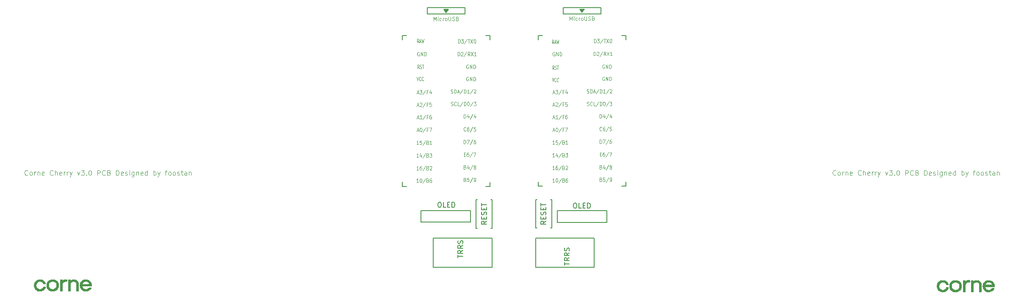
<source format=gbr>
G04 #@! TF.GenerationSoftware,KiCad,Pcbnew,5.1.5+dfsg1-2~bpo10+1*
G04 #@! TF.CreationDate,2020-09-05T17:28:50+00:00*
G04 #@! TF.ProjectId,corne-cherry,636f726e-652d-4636-9865-7272792e6b69,3.0*
G04 #@! TF.SameCoordinates,Original*
G04 #@! TF.FileFunction,Legend,Top*
G04 #@! TF.FilePolarity,Positive*
%FSLAX46Y46*%
G04 Gerber Fmt 4.6, Leading zero omitted, Abs format (unit mm)*
G04 Created by KiCad (PCBNEW 5.1.5+dfsg1-2~bpo10+1) date 2020-09-05 17:28:50*
%MOMM*%
%LPD*%
G04 APERTURE LIST*
%ADD10C,0.125000*%
%ADD11C,0.010000*%
%ADD12C,0.150000*%
%ADD13C,0.120000*%
G04 APERTURE END LIST*
D10*
X212723273Y-58687142D02*
X212675654Y-58734761D01*
X212532797Y-58782380D01*
X212437559Y-58782380D01*
X212294702Y-58734761D01*
X212199464Y-58639523D01*
X212151845Y-58544285D01*
X212104226Y-58353809D01*
X212104226Y-58210952D01*
X212151845Y-58020476D01*
X212199464Y-57925238D01*
X212294702Y-57830000D01*
X212437559Y-57782380D01*
X212532797Y-57782380D01*
X212675654Y-57830000D01*
X212723273Y-57877619D01*
X213294702Y-58782380D02*
X213199464Y-58734761D01*
X213151845Y-58687142D01*
X213104226Y-58591904D01*
X213104226Y-58306190D01*
X213151845Y-58210952D01*
X213199464Y-58163333D01*
X213294702Y-58115714D01*
X213437559Y-58115714D01*
X213532797Y-58163333D01*
X213580416Y-58210952D01*
X213628035Y-58306190D01*
X213628035Y-58591904D01*
X213580416Y-58687142D01*
X213532797Y-58734761D01*
X213437559Y-58782380D01*
X213294702Y-58782380D01*
X214056607Y-58782380D02*
X214056607Y-58115714D01*
X214056607Y-58306190D02*
X214104226Y-58210952D01*
X214151845Y-58163333D01*
X214247083Y-58115714D01*
X214342321Y-58115714D01*
X214675654Y-58115714D02*
X214675654Y-58782380D01*
X214675654Y-58210952D02*
X214723273Y-58163333D01*
X214818511Y-58115714D01*
X214961369Y-58115714D01*
X215056607Y-58163333D01*
X215104226Y-58258571D01*
X215104226Y-58782380D01*
X215961369Y-58734761D02*
X215866130Y-58782380D01*
X215675654Y-58782380D01*
X215580416Y-58734761D01*
X215532797Y-58639523D01*
X215532797Y-58258571D01*
X215580416Y-58163333D01*
X215675654Y-58115714D01*
X215866130Y-58115714D01*
X215961369Y-58163333D01*
X216008988Y-58258571D01*
X216008988Y-58353809D01*
X215532797Y-58449047D01*
X217770892Y-58687142D02*
X217723273Y-58734761D01*
X217580416Y-58782380D01*
X217485178Y-58782380D01*
X217342321Y-58734761D01*
X217247083Y-58639523D01*
X217199464Y-58544285D01*
X217151845Y-58353809D01*
X217151845Y-58210952D01*
X217199464Y-58020476D01*
X217247083Y-57925238D01*
X217342321Y-57830000D01*
X217485178Y-57782380D01*
X217580416Y-57782380D01*
X217723273Y-57830000D01*
X217770892Y-57877619D01*
X218199464Y-58782380D02*
X218199464Y-57782380D01*
X218628035Y-58782380D02*
X218628035Y-58258571D01*
X218580416Y-58163333D01*
X218485178Y-58115714D01*
X218342321Y-58115714D01*
X218247083Y-58163333D01*
X218199464Y-58210952D01*
X219485178Y-58734761D02*
X219389940Y-58782380D01*
X219199464Y-58782380D01*
X219104226Y-58734761D01*
X219056607Y-58639523D01*
X219056607Y-58258571D01*
X219104226Y-58163333D01*
X219199464Y-58115714D01*
X219389940Y-58115714D01*
X219485178Y-58163333D01*
X219532797Y-58258571D01*
X219532797Y-58353809D01*
X219056607Y-58449047D01*
X219961369Y-58782380D02*
X219961369Y-58115714D01*
X219961369Y-58306190D02*
X220008988Y-58210952D01*
X220056607Y-58163333D01*
X220151845Y-58115714D01*
X220247083Y-58115714D01*
X220580416Y-58782380D02*
X220580416Y-58115714D01*
X220580416Y-58306190D02*
X220628035Y-58210952D01*
X220675654Y-58163333D01*
X220770892Y-58115714D01*
X220866130Y-58115714D01*
X221104226Y-58115714D02*
X221342321Y-58782380D01*
X221580416Y-58115714D02*
X221342321Y-58782380D01*
X221247083Y-59020476D01*
X221199464Y-59068095D01*
X221104226Y-59115714D01*
X222628035Y-58115714D02*
X222866130Y-58782380D01*
X223104226Y-58115714D01*
X223389940Y-57782380D02*
X224008988Y-57782380D01*
X223675654Y-58163333D01*
X223818511Y-58163333D01*
X223913750Y-58210952D01*
X223961369Y-58258571D01*
X224008988Y-58353809D01*
X224008988Y-58591904D01*
X223961369Y-58687142D01*
X223913750Y-58734761D01*
X223818511Y-58782380D01*
X223532797Y-58782380D01*
X223437559Y-58734761D01*
X223389940Y-58687142D01*
X224437559Y-58687142D02*
X224485178Y-58734761D01*
X224437559Y-58782380D01*
X224389940Y-58734761D01*
X224437559Y-58687142D01*
X224437559Y-58782380D01*
X225104226Y-57782380D02*
X225199464Y-57782380D01*
X225294702Y-57830000D01*
X225342321Y-57877619D01*
X225389940Y-57972857D01*
X225437559Y-58163333D01*
X225437559Y-58401428D01*
X225389940Y-58591904D01*
X225342321Y-58687142D01*
X225294702Y-58734761D01*
X225199464Y-58782380D01*
X225104226Y-58782380D01*
X225008988Y-58734761D01*
X224961369Y-58687142D01*
X224913750Y-58591904D01*
X224866130Y-58401428D01*
X224866130Y-58163333D01*
X224913750Y-57972857D01*
X224961369Y-57877619D01*
X225008988Y-57830000D01*
X225104226Y-57782380D01*
X226628035Y-58782380D02*
X226628035Y-57782380D01*
X227008988Y-57782380D01*
X227104226Y-57830000D01*
X227151845Y-57877619D01*
X227199464Y-57972857D01*
X227199464Y-58115714D01*
X227151845Y-58210952D01*
X227104226Y-58258571D01*
X227008988Y-58306190D01*
X226628035Y-58306190D01*
X228199464Y-58687142D02*
X228151845Y-58734761D01*
X228008988Y-58782380D01*
X227913750Y-58782380D01*
X227770892Y-58734761D01*
X227675654Y-58639523D01*
X227628035Y-58544285D01*
X227580416Y-58353809D01*
X227580416Y-58210952D01*
X227628035Y-58020476D01*
X227675654Y-57925238D01*
X227770892Y-57830000D01*
X227913750Y-57782380D01*
X228008988Y-57782380D01*
X228151845Y-57830000D01*
X228199464Y-57877619D01*
X228961369Y-58258571D02*
X229104226Y-58306190D01*
X229151845Y-58353809D01*
X229199464Y-58449047D01*
X229199464Y-58591904D01*
X229151845Y-58687142D01*
X229104226Y-58734761D01*
X229008988Y-58782380D01*
X228628035Y-58782380D01*
X228628035Y-57782380D01*
X228961369Y-57782380D01*
X229056607Y-57830000D01*
X229104226Y-57877619D01*
X229151845Y-57972857D01*
X229151845Y-58068095D01*
X229104226Y-58163333D01*
X229056607Y-58210952D01*
X228961369Y-58258571D01*
X228628035Y-58258571D01*
X230389940Y-58782380D02*
X230389940Y-57782380D01*
X230628035Y-57782380D01*
X230770892Y-57830000D01*
X230866130Y-57925238D01*
X230913750Y-58020476D01*
X230961369Y-58210952D01*
X230961369Y-58353809D01*
X230913750Y-58544285D01*
X230866130Y-58639523D01*
X230770892Y-58734761D01*
X230628035Y-58782380D01*
X230389940Y-58782380D01*
X231770892Y-58734761D02*
X231675654Y-58782380D01*
X231485178Y-58782380D01*
X231389940Y-58734761D01*
X231342321Y-58639523D01*
X231342321Y-58258571D01*
X231389940Y-58163333D01*
X231485178Y-58115714D01*
X231675654Y-58115714D01*
X231770892Y-58163333D01*
X231818511Y-58258571D01*
X231818511Y-58353809D01*
X231342321Y-58449047D01*
X232199464Y-58734761D02*
X232294702Y-58782380D01*
X232485178Y-58782380D01*
X232580416Y-58734761D01*
X232628035Y-58639523D01*
X232628035Y-58591904D01*
X232580416Y-58496666D01*
X232485178Y-58449047D01*
X232342321Y-58449047D01*
X232247083Y-58401428D01*
X232199464Y-58306190D01*
X232199464Y-58258571D01*
X232247083Y-58163333D01*
X232342321Y-58115714D01*
X232485178Y-58115714D01*
X232580416Y-58163333D01*
X233056607Y-58782380D02*
X233056607Y-58115714D01*
X233056607Y-57782380D02*
X233008988Y-57830000D01*
X233056607Y-57877619D01*
X233104226Y-57830000D01*
X233056607Y-57782380D01*
X233056607Y-57877619D01*
X233961369Y-58115714D02*
X233961369Y-58925238D01*
X233913750Y-59020476D01*
X233866130Y-59068095D01*
X233770892Y-59115714D01*
X233628035Y-59115714D01*
X233532797Y-59068095D01*
X233961369Y-58734761D02*
X233866130Y-58782380D01*
X233675654Y-58782380D01*
X233580416Y-58734761D01*
X233532797Y-58687142D01*
X233485178Y-58591904D01*
X233485178Y-58306190D01*
X233532797Y-58210952D01*
X233580416Y-58163333D01*
X233675654Y-58115714D01*
X233866130Y-58115714D01*
X233961369Y-58163333D01*
X234437559Y-58115714D02*
X234437559Y-58782380D01*
X234437559Y-58210952D02*
X234485178Y-58163333D01*
X234580416Y-58115714D01*
X234723273Y-58115714D01*
X234818511Y-58163333D01*
X234866130Y-58258571D01*
X234866130Y-58782380D01*
X235723273Y-58734761D02*
X235628035Y-58782380D01*
X235437559Y-58782380D01*
X235342321Y-58734761D01*
X235294702Y-58639523D01*
X235294702Y-58258571D01*
X235342321Y-58163333D01*
X235437559Y-58115714D01*
X235628035Y-58115714D01*
X235723273Y-58163333D01*
X235770892Y-58258571D01*
X235770892Y-58353809D01*
X235294702Y-58449047D01*
X236628035Y-58782380D02*
X236628035Y-57782380D01*
X236628035Y-58734761D02*
X236532797Y-58782380D01*
X236342321Y-58782380D01*
X236247083Y-58734761D01*
X236199464Y-58687142D01*
X236151845Y-58591904D01*
X236151845Y-58306190D01*
X236199464Y-58210952D01*
X236247083Y-58163333D01*
X236342321Y-58115714D01*
X236532797Y-58115714D01*
X236628035Y-58163333D01*
X237866130Y-58782380D02*
X237866130Y-57782380D01*
X237866130Y-58163333D02*
X237961369Y-58115714D01*
X238151845Y-58115714D01*
X238247083Y-58163333D01*
X238294702Y-58210952D01*
X238342321Y-58306190D01*
X238342321Y-58591904D01*
X238294702Y-58687142D01*
X238247083Y-58734761D01*
X238151845Y-58782380D01*
X237961369Y-58782380D01*
X237866130Y-58734761D01*
X238675654Y-58115714D02*
X238913750Y-58782380D01*
X239151845Y-58115714D02*
X238913750Y-58782380D01*
X238818511Y-59020476D01*
X238770892Y-59068095D01*
X238675654Y-59115714D01*
X240151845Y-58115714D02*
X240532797Y-58115714D01*
X240294702Y-58782380D02*
X240294702Y-57925238D01*
X240342321Y-57830000D01*
X240437559Y-57782380D01*
X240532797Y-57782380D01*
X241008988Y-58782380D02*
X240913750Y-58734761D01*
X240866130Y-58687142D01*
X240818511Y-58591904D01*
X240818511Y-58306190D01*
X240866130Y-58210952D01*
X240913750Y-58163333D01*
X241008988Y-58115714D01*
X241151845Y-58115714D01*
X241247083Y-58163333D01*
X241294702Y-58210952D01*
X241342321Y-58306190D01*
X241342321Y-58591904D01*
X241294702Y-58687142D01*
X241247083Y-58734761D01*
X241151845Y-58782380D01*
X241008988Y-58782380D01*
X241913750Y-58782380D02*
X241818511Y-58734761D01*
X241770892Y-58687142D01*
X241723273Y-58591904D01*
X241723273Y-58306190D01*
X241770892Y-58210952D01*
X241818511Y-58163333D01*
X241913750Y-58115714D01*
X242056607Y-58115714D01*
X242151845Y-58163333D01*
X242199464Y-58210952D01*
X242247083Y-58306190D01*
X242247083Y-58591904D01*
X242199464Y-58687142D01*
X242151845Y-58734761D01*
X242056607Y-58782380D01*
X241913750Y-58782380D01*
X242628035Y-58734761D02*
X242723273Y-58782380D01*
X242913750Y-58782380D01*
X243008988Y-58734761D01*
X243056607Y-58639523D01*
X243056607Y-58591904D01*
X243008988Y-58496666D01*
X242913750Y-58449047D01*
X242770892Y-58449047D01*
X242675654Y-58401428D01*
X242628035Y-58306190D01*
X242628035Y-58258571D01*
X242675654Y-58163333D01*
X242770892Y-58115714D01*
X242913750Y-58115714D01*
X243008988Y-58163333D01*
X243342321Y-58115714D02*
X243723273Y-58115714D01*
X243485178Y-57782380D02*
X243485178Y-58639523D01*
X243532797Y-58734761D01*
X243628035Y-58782380D01*
X243723273Y-58782380D01*
X244485178Y-58782380D02*
X244485178Y-58258571D01*
X244437559Y-58163333D01*
X244342321Y-58115714D01*
X244151845Y-58115714D01*
X244056607Y-58163333D01*
X244485178Y-58734761D02*
X244389940Y-58782380D01*
X244151845Y-58782380D01*
X244056607Y-58734761D01*
X244008988Y-58639523D01*
X244008988Y-58544285D01*
X244056607Y-58449047D01*
X244151845Y-58401428D01*
X244389940Y-58401428D01*
X244485178Y-58353809D01*
X244961369Y-58115714D02*
X244961369Y-58782380D01*
X244961369Y-58210952D02*
X245008988Y-58163333D01*
X245104226Y-58115714D01*
X245247083Y-58115714D01*
X245342321Y-58163333D01*
X245389940Y-58258571D01*
X245389940Y-58782380D01*
X51173273Y-58687142D02*
X51125654Y-58734761D01*
X50982797Y-58782380D01*
X50887559Y-58782380D01*
X50744702Y-58734761D01*
X50649464Y-58639523D01*
X50601845Y-58544285D01*
X50554226Y-58353809D01*
X50554226Y-58210952D01*
X50601845Y-58020476D01*
X50649464Y-57925238D01*
X50744702Y-57830000D01*
X50887559Y-57782380D01*
X50982797Y-57782380D01*
X51125654Y-57830000D01*
X51173273Y-57877619D01*
X51744702Y-58782380D02*
X51649464Y-58734761D01*
X51601845Y-58687142D01*
X51554226Y-58591904D01*
X51554226Y-58306190D01*
X51601845Y-58210952D01*
X51649464Y-58163333D01*
X51744702Y-58115714D01*
X51887559Y-58115714D01*
X51982797Y-58163333D01*
X52030416Y-58210952D01*
X52078035Y-58306190D01*
X52078035Y-58591904D01*
X52030416Y-58687142D01*
X51982797Y-58734761D01*
X51887559Y-58782380D01*
X51744702Y-58782380D01*
X52506607Y-58782380D02*
X52506607Y-58115714D01*
X52506607Y-58306190D02*
X52554226Y-58210952D01*
X52601845Y-58163333D01*
X52697083Y-58115714D01*
X52792321Y-58115714D01*
X53125654Y-58115714D02*
X53125654Y-58782380D01*
X53125654Y-58210952D02*
X53173273Y-58163333D01*
X53268511Y-58115714D01*
X53411369Y-58115714D01*
X53506607Y-58163333D01*
X53554226Y-58258571D01*
X53554226Y-58782380D01*
X54411369Y-58734761D02*
X54316130Y-58782380D01*
X54125654Y-58782380D01*
X54030416Y-58734761D01*
X53982797Y-58639523D01*
X53982797Y-58258571D01*
X54030416Y-58163333D01*
X54125654Y-58115714D01*
X54316130Y-58115714D01*
X54411369Y-58163333D01*
X54458988Y-58258571D01*
X54458988Y-58353809D01*
X53982797Y-58449047D01*
X56220892Y-58687142D02*
X56173273Y-58734761D01*
X56030416Y-58782380D01*
X55935178Y-58782380D01*
X55792321Y-58734761D01*
X55697083Y-58639523D01*
X55649464Y-58544285D01*
X55601845Y-58353809D01*
X55601845Y-58210952D01*
X55649464Y-58020476D01*
X55697083Y-57925238D01*
X55792321Y-57830000D01*
X55935178Y-57782380D01*
X56030416Y-57782380D01*
X56173273Y-57830000D01*
X56220892Y-57877619D01*
X56649464Y-58782380D02*
X56649464Y-57782380D01*
X57078035Y-58782380D02*
X57078035Y-58258571D01*
X57030416Y-58163333D01*
X56935178Y-58115714D01*
X56792321Y-58115714D01*
X56697083Y-58163333D01*
X56649464Y-58210952D01*
X57935178Y-58734761D02*
X57839940Y-58782380D01*
X57649464Y-58782380D01*
X57554226Y-58734761D01*
X57506607Y-58639523D01*
X57506607Y-58258571D01*
X57554226Y-58163333D01*
X57649464Y-58115714D01*
X57839940Y-58115714D01*
X57935178Y-58163333D01*
X57982797Y-58258571D01*
X57982797Y-58353809D01*
X57506607Y-58449047D01*
X58411369Y-58782380D02*
X58411369Y-58115714D01*
X58411369Y-58306190D02*
X58458988Y-58210952D01*
X58506607Y-58163333D01*
X58601845Y-58115714D01*
X58697083Y-58115714D01*
X59030416Y-58782380D02*
X59030416Y-58115714D01*
X59030416Y-58306190D02*
X59078035Y-58210952D01*
X59125654Y-58163333D01*
X59220892Y-58115714D01*
X59316130Y-58115714D01*
X59554226Y-58115714D02*
X59792321Y-58782380D01*
X60030416Y-58115714D02*
X59792321Y-58782380D01*
X59697083Y-59020476D01*
X59649464Y-59068095D01*
X59554226Y-59115714D01*
X61078035Y-58115714D02*
X61316130Y-58782380D01*
X61554226Y-58115714D01*
X61839940Y-57782380D02*
X62458988Y-57782380D01*
X62125654Y-58163333D01*
X62268511Y-58163333D01*
X62363750Y-58210952D01*
X62411369Y-58258571D01*
X62458988Y-58353809D01*
X62458988Y-58591904D01*
X62411369Y-58687142D01*
X62363750Y-58734761D01*
X62268511Y-58782380D01*
X61982797Y-58782380D01*
X61887559Y-58734761D01*
X61839940Y-58687142D01*
X62887559Y-58687142D02*
X62935178Y-58734761D01*
X62887559Y-58782380D01*
X62839940Y-58734761D01*
X62887559Y-58687142D01*
X62887559Y-58782380D01*
X63554226Y-57782380D02*
X63649464Y-57782380D01*
X63744702Y-57830000D01*
X63792321Y-57877619D01*
X63839940Y-57972857D01*
X63887559Y-58163333D01*
X63887559Y-58401428D01*
X63839940Y-58591904D01*
X63792321Y-58687142D01*
X63744702Y-58734761D01*
X63649464Y-58782380D01*
X63554226Y-58782380D01*
X63458988Y-58734761D01*
X63411369Y-58687142D01*
X63363750Y-58591904D01*
X63316130Y-58401428D01*
X63316130Y-58163333D01*
X63363750Y-57972857D01*
X63411369Y-57877619D01*
X63458988Y-57830000D01*
X63554226Y-57782380D01*
X65078035Y-58782380D02*
X65078035Y-57782380D01*
X65458988Y-57782380D01*
X65554226Y-57830000D01*
X65601845Y-57877619D01*
X65649464Y-57972857D01*
X65649464Y-58115714D01*
X65601845Y-58210952D01*
X65554226Y-58258571D01*
X65458988Y-58306190D01*
X65078035Y-58306190D01*
X66649464Y-58687142D02*
X66601845Y-58734761D01*
X66458988Y-58782380D01*
X66363750Y-58782380D01*
X66220892Y-58734761D01*
X66125654Y-58639523D01*
X66078035Y-58544285D01*
X66030416Y-58353809D01*
X66030416Y-58210952D01*
X66078035Y-58020476D01*
X66125654Y-57925238D01*
X66220892Y-57830000D01*
X66363750Y-57782380D01*
X66458988Y-57782380D01*
X66601845Y-57830000D01*
X66649464Y-57877619D01*
X67411369Y-58258571D02*
X67554226Y-58306190D01*
X67601845Y-58353809D01*
X67649464Y-58449047D01*
X67649464Y-58591904D01*
X67601845Y-58687142D01*
X67554226Y-58734761D01*
X67458988Y-58782380D01*
X67078035Y-58782380D01*
X67078035Y-57782380D01*
X67411369Y-57782380D01*
X67506607Y-57830000D01*
X67554226Y-57877619D01*
X67601845Y-57972857D01*
X67601845Y-58068095D01*
X67554226Y-58163333D01*
X67506607Y-58210952D01*
X67411369Y-58258571D01*
X67078035Y-58258571D01*
X68839940Y-58782380D02*
X68839940Y-57782380D01*
X69078035Y-57782380D01*
X69220892Y-57830000D01*
X69316130Y-57925238D01*
X69363750Y-58020476D01*
X69411369Y-58210952D01*
X69411369Y-58353809D01*
X69363750Y-58544285D01*
X69316130Y-58639523D01*
X69220892Y-58734761D01*
X69078035Y-58782380D01*
X68839940Y-58782380D01*
X70220892Y-58734761D02*
X70125654Y-58782380D01*
X69935178Y-58782380D01*
X69839940Y-58734761D01*
X69792321Y-58639523D01*
X69792321Y-58258571D01*
X69839940Y-58163333D01*
X69935178Y-58115714D01*
X70125654Y-58115714D01*
X70220892Y-58163333D01*
X70268511Y-58258571D01*
X70268511Y-58353809D01*
X69792321Y-58449047D01*
X70649464Y-58734761D02*
X70744702Y-58782380D01*
X70935178Y-58782380D01*
X71030416Y-58734761D01*
X71078035Y-58639523D01*
X71078035Y-58591904D01*
X71030416Y-58496666D01*
X70935178Y-58449047D01*
X70792321Y-58449047D01*
X70697083Y-58401428D01*
X70649464Y-58306190D01*
X70649464Y-58258571D01*
X70697083Y-58163333D01*
X70792321Y-58115714D01*
X70935178Y-58115714D01*
X71030416Y-58163333D01*
X71506607Y-58782380D02*
X71506607Y-58115714D01*
X71506607Y-57782380D02*
X71458988Y-57830000D01*
X71506607Y-57877619D01*
X71554226Y-57830000D01*
X71506607Y-57782380D01*
X71506607Y-57877619D01*
X72411369Y-58115714D02*
X72411369Y-58925238D01*
X72363750Y-59020476D01*
X72316130Y-59068095D01*
X72220892Y-59115714D01*
X72078035Y-59115714D01*
X71982797Y-59068095D01*
X72411369Y-58734761D02*
X72316130Y-58782380D01*
X72125654Y-58782380D01*
X72030416Y-58734761D01*
X71982797Y-58687142D01*
X71935178Y-58591904D01*
X71935178Y-58306190D01*
X71982797Y-58210952D01*
X72030416Y-58163333D01*
X72125654Y-58115714D01*
X72316130Y-58115714D01*
X72411369Y-58163333D01*
X72887559Y-58115714D02*
X72887559Y-58782380D01*
X72887559Y-58210952D02*
X72935178Y-58163333D01*
X73030416Y-58115714D01*
X73173273Y-58115714D01*
X73268511Y-58163333D01*
X73316130Y-58258571D01*
X73316130Y-58782380D01*
X74173273Y-58734761D02*
X74078035Y-58782380D01*
X73887559Y-58782380D01*
X73792321Y-58734761D01*
X73744702Y-58639523D01*
X73744702Y-58258571D01*
X73792321Y-58163333D01*
X73887559Y-58115714D01*
X74078035Y-58115714D01*
X74173273Y-58163333D01*
X74220892Y-58258571D01*
X74220892Y-58353809D01*
X73744702Y-58449047D01*
X75078035Y-58782380D02*
X75078035Y-57782380D01*
X75078035Y-58734761D02*
X74982797Y-58782380D01*
X74792321Y-58782380D01*
X74697083Y-58734761D01*
X74649464Y-58687142D01*
X74601845Y-58591904D01*
X74601845Y-58306190D01*
X74649464Y-58210952D01*
X74697083Y-58163333D01*
X74792321Y-58115714D01*
X74982797Y-58115714D01*
X75078035Y-58163333D01*
X76316130Y-58782380D02*
X76316130Y-57782380D01*
X76316130Y-58163333D02*
X76411369Y-58115714D01*
X76601845Y-58115714D01*
X76697083Y-58163333D01*
X76744702Y-58210952D01*
X76792321Y-58306190D01*
X76792321Y-58591904D01*
X76744702Y-58687142D01*
X76697083Y-58734761D01*
X76601845Y-58782380D01*
X76411369Y-58782380D01*
X76316130Y-58734761D01*
X77125654Y-58115714D02*
X77363749Y-58782380D01*
X77601845Y-58115714D02*
X77363749Y-58782380D01*
X77268511Y-59020476D01*
X77220892Y-59068095D01*
X77125654Y-59115714D01*
X78601845Y-58115714D02*
X78982797Y-58115714D01*
X78744702Y-58782380D02*
X78744702Y-57925238D01*
X78792321Y-57830000D01*
X78887559Y-57782380D01*
X78982797Y-57782380D01*
X79458988Y-58782380D02*
X79363749Y-58734761D01*
X79316130Y-58687142D01*
X79268511Y-58591904D01*
X79268511Y-58306190D01*
X79316130Y-58210952D01*
X79363749Y-58163333D01*
X79458988Y-58115714D01*
X79601845Y-58115714D01*
X79697083Y-58163333D01*
X79744702Y-58210952D01*
X79792321Y-58306190D01*
X79792321Y-58591904D01*
X79744702Y-58687142D01*
X79697083Y-58734761D01*
X79601845Y-58782380D01*
X79458988Y-58782380D01*
X80363749Y-58782380D02*
X80268511Y-58734761D01*
X80220892Y-58687142D01*
X80173273Y-58591904D01*
X80173273Y-58306190D01*
X80220892Y-58210952D01*
X80268511Y-58163333D01*
X80363749Y-58115714D01*
X80506607Y-58115714D01*
X80601845Y-58163333D01*
X80649464Y-58210952D01*
X80697083Y-58306190D01*
X80697083Y-58591904D01*
X80649464Y-58687142D01*
X80601845Y-58734761D01*
X80506607Y-58782380D01*
X80363749Y-58782380D01*
X81078035Y-58734761D02*
X81173273Y-58782380D01*
X81363749Y-58782380D01*
X81458988Y-58734761D01*
X81506607Y-58639523D01*
X81506607Y-58591904D01*
X81458988Y-58496666D01*
X81363749Y-58449047D01*
X81220892Y-58449047D01*
X81125654Y-58401428D01*
X81078035Y-58306190D01*
X81078035Y-58258571D01*
X81125654Y-58163333D01*
X81220892Y-58115714D01*
X81363749Y-58115714D01*
X81458988Y-58163333D01*
X81792321Y-58115714D02*
X82173273Y-58115714D01*
X81935178Y-57782380D02*
X81935178Y-58639523D01*
X81982797Y-58734761D01*
X82078035Y-58782380D01*
X82173273Y-58782380D01*
X82935178Y-58782380D02*
X82935178Y-58258571D01*
X82887559Y-58163333D01*
X82792321Y-58115714D01*
X82601845Y-58115714D01*
X82506607Y-58163333D01*
X82935178Y-58734761D02*
X82839940Y-58782380D01*
X82601845Y-58782380D01*
X82506607Y-58734761D01*
X82458988Y-58639523D01*
X82458988Y-58544285D01*
X82506607Y-58449047D01*
X82601845Y-58401428D01*
X82839940Y-58401428D01*
X82935178Y-58353809D01*
X83411369Y-58115714D02*
X83411369Y-58782380D01*
X83411369Y-58210952D02*
X83458988Y-58163333D01*
X83554226Y-58115714D01*
X83697083Y-58115714D01*
X83792321Y-58163333D01*
X83839940Y-58258571D01*
X83839940Y-58782380D01*
D11*
G36*
X240979491Y-79808791D02*
G01*
X241073575Y-79812451D01*
X241143990Y-79821455D01*
X241204301Y-79838181D01*
X241268070Y-79865005D01*
X241322251Y-79891171D01*
X241493298Y-79999513D01*
X241626548Y-80138673D01*
X241723879Y-80311378D01*
X241787168Y-80520354D01*
X241798575Y-80582800D01*
X241805864Y-80653770D01*
X241812403Y-80766525D01*
X241817903Y-80912049D01*
X241822074Y-81081330D01*
X241824627Y-81265353D01*
X241825308Y-81414650D01*
X241825500Y-82081400D01*
X241393700Y-82081400D01*
X241393700Y-81362110D01*
X241393093Y-81133457D01*
X241391100Y-80949758D01*
X241387463Y-80805177D01*
X241381922Y-80693882D01*
X241374219Y-80610037D01*
X241364095Y-80547809D01*
X241356197Y-80516534D01*
X241291437Y-80378307D01*
X241190530Y-80275106D01*
X241055103Y-80207984D01*
X240886780Y-80177999D01*
X240832312Y-80176400D01*
X240669841Y-80186817D01*
X240539862Y-80221694D01*
X240427764Y-80286472D01*
X240347860Y-80356726D01*
X240293673Y-80413731D01*
X240250291Y-80469501D01*
X240216523Y-80530365D01*
X240191179Y-80602652D01*
X240173067Y-80692689D01*
X240160996Y-80806805D01*
X240153777Y-80951327D01*
X240150217Y-81132585D01*
X240149126Y-81356907D01*
X240149100Y-81412910D01*
X240149100Y-82081400D01*
X239717300Y-82081400D01*
X239717300Y-79820800D01*
X240149100Y-79820800D01*
X240149100Y-80078707D01*
X240231364Y-79996442D01*
X240317752Y-79920836D01*
X240408455Y-79867569D01*
X240514478Y-79833282D01*
X240646824Y-79814616D01*
X240816495Y-79808211D01*
X240848174Y-79808100D01*
X240979491Y-79808791D01*
G37*
X240979491Y-79808791D02*
X241073575Y-79812451D01*
X241143990Y-79821455D01*
X241204301Y-79838181D01*
X241268070Y-79865005D01*
X241322251Y-79891171D01*
X241493298Y-79999513D01*
X241626548Y-80138673D01*
X241723879Y-80311378D01*
X241787168Y-80520354D01*
X241798575Y-80582800D01*
X241805864Y-80653770D01*
X241812403Y-80766525D01*
X241817903Y-80912049D01*
X241822074Y-81081330D01*
X241824627Y-81265353D01*
X241825308Y-81414650D01*
X241825500Y-82081400D01*
X241393700Y-82081400D01*
X241393700Y-81362110D01*
X241393093Y-81133457D01*
X241391100Y-80949758D01*
X241387463Y-80805177D01*
X241381922Y-80693882D01*
X241374219Y-80610037D01*
X241364095Y-80547809D01*
X241356197Y-80516534D01*
X241291437Y-80378307D01*
X241190530Y-80275106D01*
X241055103Y-80207984D01*
X240886780Y-80177999D01*
X240832312Y-80176400D01*
X240669841Y-80186817D01*
X240539862Y-80221694D01*
X240427764Y-80286472D01*
X240347860Y-80356726D01*
X240293673Y-80413731D01*
X240250291Y-80469501D01*
X240216523Y-80530365D01*
X240191179Y-80602652D01*
X240173067Y-80692689D01*
X240160996Y-80806805D01*
X240153777Y-80951327D01*
X240150217Y-81132585D01*
X240149126Y-81356907D01*
X240149100Y-81412910D01*
X240149100Y-82081400D01*
X239717300Y-82081400D01*
X239717300Y-79820800D01*
X240149100Y-79820800D01*
X240149100Y-80078707D01*
X240231364Y-79996442D01*
X240317752Y-79920836D01*
X240408455Y-79867569D01*
X240514478Y-79833282D01*
X240646824Y-79814616D01*
X240816495Y-79808211D01*
X240848174Y-79808100D01*
X240979491Y-79808791D01*
G36*
X239317237Y-79785436D02*
G01*
X239463300Y-79801961D01*
X239463300Y-80172729D01*
X239329950Y-80159068D01*
X239145851Y-80164139D01*
X238976452Y-80215922D01*
X238827881Y-80311056D01*
X238706266Y-80446179D01*
X238657389Y-80527869D01*
X238574300Y-80688838D01*
X238574300Y-82081400D01*
X238142500Y-82081400D01*
X238142500Y-79818745D01*
X238352050Y-79826122D01*
X238561600Y-79833500D01*
X238587000Y-80055358D01*
X238637769Y-79998946D01*
X238755946Y-79902357D01*
X238907798Y-79831267D01*
X239081042Y-79789536D01*
X239263390Y-79781025D01*
X239317237Y-79785436D01*
G37*
X239317237Y-79785436D02*
X239463300Y-79801961D01*
X239463300Y-80172729D01*
X239329950Y-80159068D01*
X239145851Y-80164139D01*
X238976452Y-80215922D01*
X238827881Y-80311056D01*
X238706266Y-80446179D01*
X238657389Y-80527869D01*
X238574300Y-80688838D01*
X238574300Y-82081400D01*
X238142500Y-82081400D01*
X238142500Y-79818745D01*
X238352050Y-79826122D01*
X238561600Y-79833500D01*
X238587000Y-80055358D01*
X238637769Y-79998946D01*
X238755946Y-79902357D01*
X238907798Y-79831267D01*
X239081042Y-79789536D01*
X239263390Y-79781025D01*
X239317237Y-79785436D01*
G36*
X243511530Y-79818406D02*
G01*
X243733894Y-79884705D01*
X243932133Y-79990213D01*
X244102079Y-80130847D01*
X244239559Y-80302524D01*
X244340404Y-80501162D01*
X244400443Y-80722678D01*
X244416300Y-80918336D01*
X244416300Y-81065400D01*
X242511300Y-81065400D01*
X242511300Y-81138498D01*
X242534217Y-81261649D01*
X242597655Y-81389172D01*
X242693643Y-81510298D01*
X242814211Y-81614256D01*
X242903388Y-81668239D01*
X243039242Y-81719647D01*
X243199904Y-81744683D01*
X243212872Y-81745596D01*
X243395129Y-81743127D01*
X243548803Y-81706329D01*
X243686495Y-81630614D01*
X243801193Y-81531419D01*
X243937013Y-81395600D01*
X244140268Y-81395600D01*
X244240811Y-81396246D01*
X244300033Y-81400122D01*
X244327410Y-81410133D01*
X244332419Y-81429182D01*
X244326730Y-81452750D01*
X244288417Y-81538398D01*
X244223499Y-81641086D01*
X244143774Y-81744606D01*
X244061044Y-81832746D01*
X244030857Y-81859173D01*
X243831990Y-81988773D01*
X243609302Y-82078237D01*
X243372596Y-82125509D01*
X243131673Y-82128535D01*
X242920357Y-82092004D01*
X242699245Y-82007879D01*
X242504425Y-81884023D01*
X242340825Y-81725554D01*
X242213374Y-81537590D01*
X242127001Y-81325249D01*
X242107844Y-81248299D01*
X242077308Y-80998242D01*
X242091041Y-80758661D01*
X242103222Y-80709800D01*
X242512557Y-80709800D01*
X243235828Y-80709800D01*
X243448414Y-80709528D01*
X243615499Y-80708521D01*
X243742379Y-80706494D01*
X243834351Y-80703158D01*
X243896712Y-80698229D01*
X243934759Y-80691420D01*
X243953788Y-80682444D01*
X243959097Y-80671014D01*
X243959100Y-80670688D01*
X243938723Y-80588758D01*
X243884025Y-80493173D01*
X243804652Y-80395722D01*
X243710248Y-80308195D01*
X243610461Y-80242383D01*
X243607403Y-80240826D01*
X243468347Y-80193277D01*
X243304233Y-80172014D01*
X243133428Y-80176960D01*
X242974298Y-80208039D01*
X242882560Y-80243844D01*
X242736026Y-80345486D01*
X242617149Y-80486797D01*
X242536765Y-80646127D01*
X242512557Y-80709800D01*
X242103222Y-80709800D01*
X242146867Y-80534735D01*
X242242606Y-80331643D01*
X242376079Y-80154563D01*
X242545108Y-80008672D01*
X242657999Y-79940689D01*
X242852603Y-79856746D01*
X243049926Y-79809901D01*
X243269213Y-79795400D01*
X243511530Y-79818406D01*
G37*
X243511530Y-79818406D02*
X243733894Y-79884705D01*
X243932133Y-79990213D01*
X244102079Y-80130847D01*
X244239559Y-80302524D01*
X244340404Y-80501162D01*
X244400443Y-80722678D01*
X244416300Y-80918336D01*
X244416300Y-81065400D01*
X242511300Y-81065400D01*
X242511300Y-81138498D01*
X242534217Y-81261649D01*
X242597655Y-81389172D01*
X242693643Y-81510298D01*
X242814211Y-81614256D01*
X242903388Y-81668239D01*
X243039242Y-81719647D01*
X243199904Y-81744683D01*
X243212872Y-81745596D01*
X243395129Y-81743127D01*
X243548803Y-81706329D01*
X243686495Y-81630614D01*
X243801193Y-81531419D01*
X243937013Y-81395600D01*
X244140268Y-81395600D01*
X244240811Y-81396246D01*
X244300033Y-81400122D01*
X244327410Y-81410133D01*
X244332419Y-81429182D01*
X244326730Y-81452750D01*
X244288417Y-81538398D01*
X244223499Y-81641086D01*
X244143774Y-81744606D01*
X244061044Y-81832746D01*
X244030857Y-81859173D01*
X243831990Y-81988773D01*
X243609302Y-82078237D01*
X243372596Y-82125509D01*
X243131673Y-82128535D01*
X242920357Y-82092004D01*
X242699245Y-82007879D01*
X242504425Y-81884023D01*
X242340825Y-81725554D01*
X242213374Y-81537590D01*
X242127001Y-81325249D01*
X242107844Y-81248299D01*
X242077308Y-80998242D01*
X242091041Y-80758661D01*
X242103222Y-80709800D01*
X242512557Y-80709800D01*
X243235828Y-80709800D01*
X243448414Y-80709528D01*
X243615499Y-80708521D01*
X243742379Y-80706494D01*
X243834351Y-80703158D01*
X243896712Y-80698229D01*
X243934759Y-80691420D01*
X243953788Y-80682444D01*
X243959097Y-80671014D01*
X243959100Y-80670688D01*
X243938723Y-80588758D01*
X243884025Y-80493173D01*
X243804652Y-80395722D01*
X243710248Y-80308195D01*
X243610461Y-80242383D01*
X243607403Y-80240826D01*
X243468347Y-80193277D01*
X243304233Y-80172014D01*
X243133428Y-80176960D01*
X242974298Y-80208039D01*
X242882560Y-80243844D01*
X242736026Y-80345486D01*
X242617149Y-80486797D01*
X242536765Y-80646127D01*
X242512557Y-80709800D01*
X242103222Y-80709800D01*
X242146867Y-80534735D01*
X242242606Y-80331643D01*
X242376079Y-80154563D01*
X242545108Y-80008672D01*
X242657999Y-79940689D01*
X242852603Y-79856746D01*
X243049926Y-79809901D01*
X243269213Y-79795400D01*
X243511530Y-79818406D01*
G36*
X236719986Y-79801840D02*
G01*
X236973440Y-79837111D01*
X237201525Y-79913807D01*
X237401175Y-80029865D01*
X237569325Y-80183222D01*
X237702908Y-80371816D01*
X237767456Y-80506600D01*
X237799018Y-80620705D01*
X237819285Y-80768371D01*
X237828030Y-80933580D01*
X237825025Y-81100313D01*
X237810043Y-81252551D01*
X237782856Y-81374275D01*
X237779905Y-81382900D01*
X237683519Y-81580172D01*
X237544275Y-81756574D01*
X237367679Y-81906769D01*
X237159241Y-82025421D01*
X237084340Y-82056770D01*
X236952321Y-82093019D01*
X236789335Y-82116467D01*
X236613781Y-82126287D01*
X236444060Y-82121650D01*
X236298574Y-82101729D01*
X236265753Y-82093599D01*
X236051853Y-82011401D01*
X235857121Y-81893093D01*
X235690155Y-81745635D01*
X235559556Y-81575986D01*
X235508682Y-81480895D01*
X235470337Y-81378102D01*
X235436151Y-81253876D01*
X235416099Y-81150628D01*
X235408748Y-81009224D01*
X235833074Y-81009224D01*
X235847409Y-81156866D01*
X235867541Y-81238207D01*
X235920794Y-81350941D01*
X236001195Y-81466333D01*
X236095178Y-81567702D01*
X236189174Y-81638365D01*
X236195958Y-81642020D01*
X236392698Y-81718118D01*
X236597689Y-81748463D01*
X236801104Y-81732243D01*
X236913664Y-81701468D01*
X237090944Y-81614347D01*
X237235410Y-81490677D01*
X237342587Y-81334341D01*
X237347020Y-81325466D01*
X237400010Y-81169401D01*
X237421993Y-80992298D01*
X237412639Y-80813017D01*
X237371621Y-80650421D01*
X237359289Y-80620900D01*
X237261958Y-80461906D01*
X237134261Y-80337092D01*
X236983564Y-80246623D01*
X236817236Y-80190666D01*
X236642642Y-80169386D01*
X236467149Y-80182949D01*
X236298124Y-80231522D01*
X236142934Y-80315270D01*
X236008945Y-80434360D01*
X235903965Y-80588101D01*
X235862419Y-80705807D01*
X235838433Y-80852526D01*
X235833074Y-81009224D01*
X235408748Y-81009224D01*
X235403238Y-80903236D01*
X235435650Y-80668693D01*
X235510850Y-80452052D01*
X235626357Y-80258365D01*
X235779687Y-80092687D01*
X235968360Y-79960069D01*
X236012419Y-79936803D01*
X236186705Y-79862053D01*
X236358030Y-79817281D01*
X236543905Y-79799147D01*
X236719986Y-79801840D01*
G37*
X236719986Y-79801840D02*
X236973440Y-79837111D01*
X237201525Y-79913807D01*
X237401175Y-80029865D01*
X237569325Y-80183222D01*
X237702908Y-80371816D01*
X237767456Y-80506600D01*
X237799018Y-80620705D01*
X237819285Y-80768371D01*
X237828030Y-80933580D01*
X237825025Y-81100313D01*
X237810043Y-81252551D01*
X237782856Y-81374275D01*
X237779905Y-81382900D01*
X237683519Y-81580172D01*
X237544275Y-81756574D01*
X237367679Y-81906769D01*
X237159241Y-82025421D01*
X237084340Y-82056770D01*
X236952321Y-82093019D01*
X236789335Y-82116467D01*
X236613781Y-82126287D01*
X236444060Y-82121650D01*
X236298574Y-82101729D01*
X236265753Y-82093599D01*
X236051853Y-82011401D01*
X235857121Y-81893093D01*
X235690155Y-81745635D01*
X235559556Y-81575986D01*
X235508682Y-81480895D01*
X235470337Y-81378102D01*
X235436151Y-81253876D01*
X235416099Y-81150628D01*
X235408748Y-81009224D01*
X235833074Y-81009224D01*
X235847409Y-81156866D01*
X235867541Y-81238207D01*
X235920794Y-81350941D01*
X236001195Y-81466333D01*
X236095178Y-81567702D01*
X236189174Y-81638365D01*
X236195958Y-81642020D01*
X236392698Y-81718118D01*
X236597689Y-81748463D01*
X236801104Y-81732243D01*
X236913664Y-81701468D01*
X237090944Y-81614347D01*
X237235410Y-81490677D01*
X237342587Y-81334341D01*
X237347020Y-81325466D01*
X237400010Y-81169401D01*
X237421993Y-80992298D01*
X237412639Y-80813017D01*
X237371621Y-80650421D01*
X237359289Y-80620900D01*
X237261958Y-80461906D01*
X237134261Y-80337092D01*
X236983564Y-80246623D01*
X236817236Y-80190666D01*
X236642642Y-80169386D01*
X236467149Y-80182949D01*
X236298124Y-80231522D01*
X236142934Y-80315270D01*
X236008945Y-80434360D01*
X235903965Y-80588101D01*
X235862419Y-80705807D01*
X235838433Y-80852526D01*
X235833074Y-81009224D01*
X235408748Y-81009224D01*
X235403238Y-80903236D01*
X235435650Y-80668693D01*
X235510850Y-80452052D01*
X235626357Y-80258365D01*
X235779687Y-80092687D01*
X235968360Y-79960069D01*
X236012419Y-79936803D01*
X236186705Y-79862053D01*
X236358030Y-79817281D01*
X236543905Y-79799147D01*
X236719986Y-79801840D01*
G36*
X234337049Y-79815988D02*
G01*
X234451748Y-79842102D01*
X234672850Y-79932639D01*
X234864293Y-80059036D01*
X235021222Y-80216988D01*
X235138782Y-80402188D01*
X235173437Y-80482254D01*
X235207464Y-80575731D01*
X235219083Y-80634761D01*
X235201798Y-80667261D01*
X235149112Y-80681149D01*
X235054529Y-80684343D01*
X235007569Y-80684400D01*
X234793639Y-80684399D01*
X234762733Y-80590754D01*
X234696143Y-80464894D01*
X234589638Y-80353503D01*
X234453463Y-80263012D01*
X234297864Y-80199854D01*
X234133085Y-80170461D01*
X234091199Y-80169142D01*
X233908869Y-80191910D01*
X233738565Y-80256221D01*
X233589016Y-80356089D01*
X233468953Y-80485526D01*
X233387105Y-80638547D01*
X233380907Y-80656267D01*
X233347356Y-80814924D01*
X233341573Y-80990402D01*
X233362259Y-81164327D01*
X233408113Y-81318322D01*
X233431175Y-81366531D01*
X233536904Y-81517138D01*
X233671779Y-81629303D01*
X233819102Y-81700915D01*
X233997789Y-81743926D01*
X234177259Y-81743773D01*
X234349072Y-81703785D01*
X234504790Y-81627291D01*
X234635974Y-81517622D01*
X234734184Y-81378106D01*
X234755767Y-81331389D01*
X234802400Y-81217990D01*
X235011950Y-81217895D01*
X235114668Y-81218561D01*
X235176784Y-81222620D01*
X235208495Y-81232992D01*
X235219997Y-81252594D01*
X235221500Y-81277887D01*
X235205975Y-81352902D01*
X235164424Y-81452781D01*
X235104378Y-81564252D01*
X235033369Y-81674041D01*
X234958929Y-81768876D01*
X234920038Y-81809119D01*
X234740264Y-81944131D01*
X234531407Y-82044811D01*
X234304560Y-82107913D01*
X234070818Y-82130194D01*
X233875300Y-82114664D01*
X233682087Y-82063943D01*
X233494451Y-81980877D01*
X233324760Y-81872860D01*
X233185383Y-81747289D01*
X233118489Y-81662165D01*
X233037160Y-81527841D01*
X232981270Y-81402887D01*
X232946691Y-81272138D01*
X232929293Y-81120430D01*
X232924914Y-80951100D01*
X232926419Y-80810194D01*
X232932121Y-80706188D01*
X232943798Y-80625236D01*
X232963230Y-80553494D01*
X232982851Y-80500197D01*
X233088497Y-80300543D01*
X233234762Y-80124026D01*
X233413876Y-79978316D01*
X233618069Y-79871085D01*
X233621300Y-79869802D01*
X233777283Y-79825914D01*
X233961255Y-79801892D01*
X234154187Y-79798372D01*
X234337049Y-79815988D01*
G37*
X234337049Y-79815988D02*
X234451748Y-79842102D01*
X234672850Y-79932639D01*
X234864293Y-80059036D01*
X235021222Y-80216988D01*
X235138782Y-80402188D01*
X235173437Y-80482254D01*
X235207464Y-80575731D01*
X235219083Y-80634761D01*
X235201798Y-80667261D01*
X235149112Y-80681149D01*
X235054529Y-80684343D01*
X235007569Y-80684400D01*
X234793639Y-80684399D01*
X234762733Y-80590754D01*
X234696143Y-80464894D01*
X234589638Y-80353503D01*
X234453463Y-80263012D01*
X234297864Y-80199854D01*
X234133085Y-80170461D01*
X234091199Y-80169142D01*
X233908869Y-80191910D01*
X233738565Y-80256221D01*
X233589016Y-80356089D01*
X233468953Y-80485526D01*
X233387105Y-80638547D01*
X233380907Y-80656267D01*
X233347356Y-80814924D01*
X233341573Y-80990402D01*
X233362259Y-81164327D01*
X233408113Y-81318322D01*
X233431175Y-81366531D01*
X233536904Y-81517138D01*
X233671779Y-81629303D01*
X233819102Y-81700915D01*
X233997789Y-81743926D01*
X234177259Y-81743773D01*
X234349072Y-81703785D01*
X234504790Y-81627291D01*
X234635974Y-81517622D01*
X234734184Y-81378106D01*
X234755767Y-81331389D01*
X234802400Y-81217990D01*
X235011950Y-81217895D01*
X235114668Y-81218561D01*
X235176784Y-81222620D01*
X235208495Y-81232992D01*
X235219997Y-81252594D01*
X235221500Y-81277887D01*
X235205975Y-81352902D01*
X235164424Y-81452781D01*
X235104378Y-81564252D01*
X235033369Y-81674041D01*
X234958929Y-81768876D01*
X234920038Y-81809119D01*
X234740264Y-81944131D01*
X234531407Y-82044811D01*
X234304560Y-82107913D01*
X234070818Y-82130194D01*
X233875300Y-82114664D01*
X233682087Y-82063943D01*
X233494451Y-81980877D01*
X233324760Y-81872860D01*
X233185383Y-81747289D01*
X233118489Y-81662165D01*
X233037160Y-81527841D01*
X232981270Y-81402887D01*
X232946691Y-81272138D01*
X232929293Y-81120430D01*
X232924914Y-80951100D01*
X232926419Y-80810194D01*
X232932121Y-80706188D01*
X232943798Y-80625236D01*
X232963230Y-80553494D01*
X232982851Y-80500197D01*
X233088497Y-80300543D01*
X233234762Y-80124026D01*
X233413876Y-79978316D01*
X233618069Y-79871085D01*
X233621300Y-79869802D01*
X233777283Y-79825914D01*
X233961255Y-79801892D01*
X234154187Y-79798372D01*
X234337049Y-79815988D01*
G36*
X60469491Y-79658791D02*
G01*
X60563575Y-79662451D01*
X60633990Y-79671455D01*
X60694301Y-79688181D01*
X60758070Y-79715005D01*
X60812251Y-79741171D01*
X60983298Y-79849513D01*
X61116548Y-79988673D01*
X61213879Y-80161378D01*
X61277168Y-80370354D01*
X61288575Y-80432800D01*
X61295864Y-80503770D01*
X61302403Y-80616525D01*
X61307903Y-80762049D01*
X61312074Y-80931330D01*
X61314627Y-81115353D01*
X61315308Y-81264650D01*
X61315500Y-81931400D01*
X60883700Y-81931400D01*
X60883700Y-81212110D01*
X60883093Y-80983457D01*
X60881100Y-80799758D01*
X60877463Y-80655177D01*
X60871922Y-80543882D01*
X60864219Y-80460037D01*
X60854095Y-80397809D01*
X60846197Y-80366534D01*
X60781437Y-80228307D01*
X60680530Y-80125106D01*
X60545103Y-80057984D01*
X60376780Y-80027999D01*
X60322312Y-80026400D01*
X60159841Y-80036817D01*
X60029862Y-80071694D01*
X59917764Y-80136472D01*
X59837860Y-80206726D01*
X59783673Y-80263731D01*
X59740291Y-80319501D01*
X59706523Y-80380365D01*
X59681179Y-80452652D01*
X59663067Y-80542689D01*
X59650996Y-80656805D01*
X59643777Y-80801327D01*
X59640217Y-80982585D01*
X59639126Y-81206907D01*
X59639100Y-81262910D01*
X59639100Y-81931400D01*
X59207300Y-81931400D01*
X59207300Y-79670800D01*
X59639100Y-79670800D01*
X59639100Y-79928707D01*
X59721364Y-79846442D01*
X59807752Y-79770836D01*
X59898455Y-79717569D01*
X60004478Y-79683282D01*
X60136824Y-79664616D01*
X60306495Y-79658211D01*
X60338174Y-79658100D01*
X60469491Y-79658791D01*
G37*
X60469491Y-79658791D02*
X60563575Y-79662451D01*
X60633990Y-79671455D01*
X60694301Y-79688181D01*
X60758070Y-79715005D01*
X60812251Y-79741171D01*
X60983298Y-79849513D01*
X61116548Y-79988673D01*
X61213879Y-80161378D01*
X61277168Y-80370354D01*
X61288575Y-80432800D01*
X61295864Y-80503770D01*
X61302403Y-80616525D01*
X61307903Y-80762049D01*
X61312074Y-80931330D01*
X61314627Y-81115353D01*
X61315308Y-81264650D01*
X61315500Y-81931400D01*
X60883700Y-81931400D01*
X60883700Y-81212110D01*
X60883093Y-80983457D01*
X60881100Y-80799758D01*
X60877463Y-80655177D01*
X60871922Y-80543882D01*
X60864219Y-80460037D01*
X60854095Y-80397809D01*
X60846197Y-80366534D01*
X60781437Y-80228307D01*
X60680530Y-80125106D01*
X60545103Y-80057984D01*
X60376780Y-80027999D01*
X60322312Y-80026400D01*
X60159841Y-80036817D01*
X60029862Y-80071694D01*
X59917764Y-80136472D01*
X59837860Y-80206726D01*
X59783673Y-80263731D01*
X59740291Y-80319501D01*
X59706523Y-80380365D01*
X59681179Y-80452652D01*
X59663067Y-80542689D01*
X59650996Y-80656805D01*
X59643777Y-80801327D01*
X59640217Y-80982585D01*
X59639126Y-81206907D01*
X59639100Y-81262910D01*
X59639100Y-81931400D01*
X59207300Y-81931400D01*
X59207300Y-79670800D01*
X59639100Y-79670800D01*
X59639100Y-79928707D01*
X59721364Y-79846442D01*
X59807752Y-79770836D01*
X59898455Y-79717569D01*
X60004478Y-79683282D01*
X60136824Y-79664616D01*
X60306495Y-79658211D01*
X60338174Y-79658100D01*
X60469491Y-79658791D01*
G36*
X58807237Y-79635436D02*
G01*
X58953300Y-79651961D01*
X58953300Y-80022729D01*
X58819950Y-80009068D01*
X58635851Y-80014139D01*
X58466452Y-80065922D01*
X58317881Y-80161056D01*
X58196266Y-80296179D01*
X58147389Y-80377869D01*
X58064300Y-80538838D01*
X58064300Y-81931400D01*
X57632500Y-81931400D01*
X57632500Y-79668745D01*
X57842050Y-79676122D01*
X58051600Y-79683500D01*
X58077000Y-79905358D01*
X58127769Y-79848946D01*
X58245946Y-79752357D01*
X58397798Y-79681267D01*
X58571042Y-79639536D01*
X58753390Y-79631025D01*
X58807237Y-79635436D01*
G37*
X58807237Y-79635436D02*
X58953300Y-79651961D01*
X58953300Y-80022729D01*
X58819950Y-80009068D01*
X58635851Y-80014139D01*
X58466452Y-80065922D01*
X58317881Y-80161056D01*
X58196266Y-80296179D01*
X58147389Y-80377869D01*
X58064300Y-80538838D01*
X58064300Y-81931400D01*
X57632500Y-81931400D01*
X57632500Y-79668745D01*
X57842050Y-79676122D01*
X58051600Y-79683500D01*
X58077000Y-79905358D01*
X58127769Y-79848946D01*
X58245946Y-79752357D01*
X58397798Y-79681267D01*
X58571042Y-79639536D01*
X58753390Y-79631025D01*
X58807237Y-79635436D01*
G36*
X63001530Y-79668406D02*
G01*
X63223894Y-79734705D01*
X63422133Y-79840213D01*
X63592079Y-79980847D01*
X63729559Y-80152524D01*
X63830404Y-80351162D01*
X63890443Y-80572678D01*
X63906300Y-80768336D01*
X63906300Y-80915400D01*
X62001300Y-80915400D01*
X62001300Y-80988498D01*
X62024217Y-81111649D01*
X62087655Y-81239172D01*
X62183643Y-81360298D01*
X62304211Y-81464256D01*
X62393388Y-81518239D01*
X62529242Y-81569647D01*
X62689904Y-81594683D01*
X62702872Y-81595596D01*
X62885129Y-81593127D01*
X63038803Y-81556329D01*
X63176495Y-81480614D01*
X63291193Y-81381419D01*
X63427013Y-81245600D01*
X63630268Y-81245600D01*
X63730811Y-81246246D01*
X63790033Y-81250122D01*
X63817410Y-81260133D01*
X63822419Y-81279182D01*
X63816730Y-81302750D01*
X63778417Y-81388398D01*
X63713499Y-81491086D01*
X63633774Y-81594606D01*
X63551044Y-81682746D01*
X63520857Y-81709173D01*
X63321990Y-81838773D01*
X63099302Y-81928237D01*
X62862596Y-81975509D01*
X62621673Y-81978535D01*
X62410357Y-81942004D01*
X62189245Y-81857879D01*
X61994425Y-81734023D01*
X61830825Y-81575554D01*
X61703374Y-81387590D01*
X61617001Y-81175249D01*
X61597844Y-81098299D01*
X61567308Y-80848242D01*
X61581041Y-80608661D01*
X61593222Y-80559800D01*
X62002557Y-80559800D01*
X62725828Y-80559800D01*
X62938414Y-80559528D01*
X63105499Y-80558521D01*
X63232379Y-80556494D01*
X63324351Y-80553158D01*
X63386712Y-80548229D01*
X63424759Y-80541420D01*
X63443788Y-80532444D01*
X63449097Y-80521014D01*
X63449100Y-80520688D01*
X63428723Y-80438758D01*
X63374025Y-80343173D01*
X63294652Y-80245722D01*
X63200248Y-80158195D01*
X63100461Y-80092383D01*
X63097403Y-80090826D01*
X62958347Y-80043277D01*
X62794233Y-80022014D01*
X62623428Y-80026960D01*
X62464298Y-80058039D01*
X62372560Y-80093844D01*
X62226026Y-80195486D01*
X62107149Y-80336797D01*
X62026765Y-80496127D01*
X62002557Y-80559800D01*
X61593222Y-80559800D01*
X61636867Y-80384735D01*
X61732606Y-80181643D01*
X61866079Y-80004563D01*
X62035108Y-79858672D01*
X62147999Y-79790689D01*
X62342603Y-79706746D01*
X62539926Y-79659901D01*
X62759213Y-79645400D01*
X63001530Y-79668406D01*
G37*
X63001530Y-79668406D02*
X63223894Y-79734705D01*
X63422133Y-79840213D01*
X63592079Y-79980847D01*
X63729559Y-80152524D01*
X63830404Y-80351162D01*
X63890443Y-80572678D01*
X63906300Y-80768336D01*
X63906300Y-80915400D01*
X62001300Y-80915400D01*
X62001300Y-80988498D01*
X62024217Y-81111649D01*
X62087655Y-81239172D01*
X62183643Y-81360298D01*
X62304211Y-81464256D01*
X62393388Y-81518239D01*
X62529242Y-81569647D01*
X62689904Y-81594683D01*
X62702872Y-81595596D01*
X62885129Y-81593127D01*
X63038803Y-81556329D01*
X63176495Y-81480614D01*
X63291193Y-81381419D01*
X63427013Y-81245600D01*
X63630268Y-81245600D01*
X63730811Y-81246246D01*
X63790033Y-81250122D01*
X63817410Y-81260133D01*
X63822419Y-81279182D01*
X63816730Y-81302750D01*
X63778417Y-81388398D01*
X63713499Y-81491086D01*
X63633774Y-81594606D01*
X63551044Y-81682746D01*
X63520857Y-81709173D01*
X63321990Y-81838773D01*
X63099302Y-81928237D01*
X62862596Y-81975509D01*
X62621673Y-81978535D01*
X62410357Y-81942004D01*
X62189245Y-81857879D01*
X61994425Y-81734023D01*
X61830825Y-81575554D01*
X61703374Y-81387590D01*
X61617001Y-81175249D01*
X61597844Y-81098299D01*
X61567308Y-80848242D01*
X61581041Y-80608661D01*
X61593222Y-80559800D01*
X62002557Y-80559800D01*
X62725828Y-80559800D01*
X62938414Y-80559528D01*
X63105499Y-80558521D01*
X63232379Y-80556494D01*
X63324351Y-80553158D01*
X63386712Y-80548229D01*
X63424759Y-80541420D01*
X63443788Y-80532444D01*
X63449097Y-80521014D01*
X63449100Y-80520688D01*
X63428723Y-80438758D01*
X63374025Y-80343173D01*
X63294652Y-80245722D01*
X63200248Y-80158195D01*
X63100461Y-80092383D01*
X63097403Y-80090826D01*
X62958347Y-80043277D01*
X62794233Y-80022014D01*
X62623428Y-80026960D01*
X62464298Y-80058039D01*
X62372560Y-80093844D01*
X62226026Y-80195486D01*
X62107149Y-80336797D01*
X62026765Y-80496127D01*
X62002557Y-80559800D01*
X61593222Y-80559800D01*
X61636867Y-80384735D01*
X61732606Y-80181643D01*
X61866079Y-80004563D01*
X62035108Y-79858672D01*
X62147999Y-79790689D01*
X62342603Y-79706746D01*
X62539926Y-79659901D01*
X62759213Y-79645400D01*
X63001530Y-79668406D01*
G36*
X56209986Y-79651840D02*
G01*
X56463440Y-79687111D01*
X56691525Y-79763807D01*
X56891175Y-79879865D01*
X57059325Y-80033222D01*
X57192908Y-80221816D01*
X57257456Y-80356600D01*
X57289018Y-80470705D01*
X57309285Y-80618371D01*
X57318030Y-80783580D01*
X57315025Y-80950313D01*
X57300043Y-81102551D01*
X57272856Y-81224275D01*
X57269905Y-81232900D01*
X57173519Y-81430172D01*
X57034275Y-81606574D01*
X56857679Y-81756769D01*
X56649241Y-81875421D01*
X56574340Y-81906770D01*
X56442321Y-81943019D01*
X56279335Y-81966467D01*
X56103781Y-81976287D01*
X55934060Y-81971650D01*
X55788574Y-81951729D01*
X55755753Y-81943599D01*
X55541853Y-81861401D01*
X55347121Y-81743093D01*
X55180155Y-81595635D01*
X55049556Y-81425986D01*
X54998682Y-81330895D01*
X54960337Y-81228102D01*
X54926151Y-81103876D01*
X54906099Y-81000628D01*
X54898748Y-80859224D01*
X55323074Y-80859224D01*
X55337409Y-81006866D01*
X55357541Y-81088207D01*
X55410794Y-81200941D01*
X55491195Y-81316333D01*
X55585178Y-81417702D01*
X55679174Y-81488365D01*
X55685958Y-81492020D01*
X55882698Y-81568118D01*
X56087689Y-81598463D01*
X56291104Y-81582243D01*
X56403664Y-81551468D01*
X56580944Y-81464347D01*
X56725410Y-81340677D01*
X56832587Y-81184341D01*
X56837020Y-81175466D01*
X56890010Y-81019401D01*
X56911993Y-80842298D01*
X56902639Y-80663017D01*
X56861621Y-80500421D01*
X56849289Y-80470900D01*
X56751958Y-80311906D01*
X56624261Y-80187092D01*
X56473564Y-80096623D01*
X56307236Y-80040666D01*
X56132642Y-80019386D01*
X55957149Y-80032949D01*
X55788124Y-80081522D01*
X55632934Y-80165270D01*
X55498945Y-80284360D01*
X55393965Y-80438101D01*
X55352419Y-80555807D01*
X55328433Y-80702526D01*
X55323074Y-80859224D01*
X54898748Y-80859224D01*
X54893238Y-80753236D01*
X54925650Y-80518693D01*
X55000850Y-80302052D01*
X55116357Y-80108365D01*
X55269687Y-79942687D01*
X55458360Y-79810069D01*
X55502419Y-79786803D01*
X55676705Y-79712053D01*
X55848030Y-79667281D01*
X56033905Y-79649147D01*
X56209986Y-79651840D01*
G37*
X56209986Y-79651840D02*
X56463440Y-79687111D01*
X56691525Y-79763807D01*
X56891175Y-79879865D01*
X57059325Y-80033222D01*
X57192908Y-80221816D01*
X57257456Y-80356600D01*
X57289018Y-80470705D01*
X57309285Y-80618371D01*
X57318030Y-80783580D01*
X57315025Y-80950313D01*
X57300043Y-81102551D01*
X57272856Y-81224275D01*
X57269905Y-81232900D01*
X57173519Y-81430172D01*
X57034275Y-81606574D01*
X56857679Y-81756769D01*
X56649241Y-81875421D01*
X56574340Y-81906770D01*
X56442321Y-81943019D01*
X56279335Y-81966467D01*
X56103781Y-81976287D01*
X55934060Y-81971650D01*
X55788574Y-81951729D01*
X55755753Y-81943599D01*
X55541853Y-81861401D01*
X55347121Y-81743093D01*
X55180155Y-81595635D01*
X55049556Y-81425986D01*
X54998682Y-81330895D01*
X54960337Y-81228102D01*
X54926151Y-81103876D01*
X54906099Y-81000628D01*
X54898748Y-80859224D01*
X55323074Y-80859224D01*
X55337409Y-81006866D01*
X55357541Y-81088207D01*
X55410794Y-81200941D01*
X55491195Y-81316333D01*
X55585178Y-81417702D01*
X55679174Y-81488365D01*
X55685958Y-81492020D01*
X55882698Y-81568118D01*
X56087689Y-81598463D01*
X56291104Y-81582243D01*
X56403664Y-81551468D01*
X56580944Y-81464347D01*
X56725410Y-81340677D01*
X56832587Y-81184341D01*
X56837020Y-81175466D01*
X56890010Y-81019401D01*
X56911993Y-80842298D01*
X56902639Y-80663017D01*
X56861621Y-80500421D01*
X56849289Y-80470900D01*
X56751958Y-80311906D01*
X56624261Y-80187092D01*
X56473564Y-80096623D01*
X56307236Y-80040666D01*
X56132642Y-80019386D01*
X55957149Y-80032949D01*
X55788124Y-80081522D01*
X55632934Y-80165270D01*
X55498945Y-80284360D01*
X55393965Y-80438101D01*
X55352419Y-80555807D01*
X55328433Y-80702526D01*
X55323074Y-80859224D01*
X54898748Y-80859224D01*
X54893238Y-80753236D01*
X54925650Y-80518693D01*
X55000850Y-80302052D01*
X55116357Y-80108365D01*
X55269687Y-79942687D01*
X55458360Y-79810069D01*
X55502419Y-79786803D01*
X55676705Y-79712053D01*
X55848030Y-79667281D01*
X56033905Y-79649147D01*
X56209986Y-79651840D01*
G36*
X53827049Y-79665988D02*
G01*
X53941748Y-79692102D01*
X54162850Y-79782639D01*
X54354293Y-79909036D01*
X54511222Y-80066988D01*
X54628782Y-80252188D01*
X54663437Y-80332254D01*
X54697464Y-80425731D01*
X54709083Y-80484761D01*
X54691798Y-80517261D01*
X54639112Y-80531149D01*
X54544529Y-80534343D01*
X54497569Y-80534400D01*
X54283639Y-80534399D01*
X54252733Y-80440754D01*
X54186143Y-80314894D01*
X54079638Y-80203503D01*
X53943463Y-80113012D01*
X53787864Y-80049854D01*
X53623085Y-80020461D01*
X53581199Y-80019142D01*
X53398869Y-80041910D01*
X53228565Y-80106221D01*
X53079016Y-80206089D01*
X52958953Y-80335526D01*
X52877105Y-80488547D01*
X52870907Y-80506267D01*
X52837356Y-80664924D01*
X52831573Y-80840402D01*
X52852259Y-81014327D01*
X52898113Y-81168322D01*
X52921175Y-81216531D01*
X53026904Y-81367138D01*
X53161779Y-81479303D01*
X53309102Y-81550915D01*
X53487789Y-81593926D01*
X53667259Y-81593773D01*
X53839072Y-81553785D01*
X53994790Y-81477291D01*
X54125974Y-81367622D01*
X54224184Y-81228106D01*
X54245767Y-81181389D01*
X54292400Y-81067990D01*
X54501950Y-81067895D01*
X54604668Y-81068561D01*
X54666784Y-81072620D01*
X54698495Y-81082992D01*
X54709997Y-81102594D01*
X54711500Y-81127887D01*
X54695975Y-81202902D01*
X54654424Y-81302781D01*
X54594378Y-81414252D01*
X54523369Y-81524041D01*
X54448929Y-81618876D01*
X54410038Y-81659119D01*
X54230264Y-81794131D01*
X54021407Y-81894811D01*
X53794560Y-81957913D01*
X53560818Y-81980194D01*
X53365300Y-81964664D01*
X53172087Y-81913943D01*
X52984451Y-81830877D01*
X52814760Y-81722860D01*
X52675383Y-81597289D01*
X52608489Y-81512165D01*
X52527160Y-81377841D01*
X52471270Y-81252887D01*
X52436691Y-81122138D01*
X52419293Y-80970430D01*
X52414914Y-80801100D01*
X52416419Y-80660194D01*
X52422121Y-80556188D01*
X52433798Y-80475236D01*
X52453230Y-80403494D01*
X52472851Y-80350197D01*
X52578497Y-80150543D01*
X52724762Y-79974026D01*
X52903876Y-79828316D01*
X53108069Y-79721085D01*
X53111300Y-79719802D01*
X53267283Y-79675914D01*
X53451255Y-79651892D01*
X53644187Y-79648372D01*
X53827049Y-79665988D01*
G37*
X53827049Y-79665988D02*
X53941748Y-79692102D01*
X54162850Y-79782639D01*
X54354293Y-79909036D01*
X54511222Y-80066988D01*
X54628782Y-80252188D01*
X54663437Y-80332254D01*
X54697464Y-80425731D01*
X54709083Y-80484761D01*
X54691798Y-80517261D01*
X54639112Y-80531149D01*
X54544529Y-80534343D01*
X54497569Y-80534400D01*
X54283639Y-80534399D01*
X54252733Y-80440754D01*
X54186143Y-80314894D01*
X54079638Y-80203503D01*
X53943463Y-80113012D01*
X53787864Y-80049854D01*
X53623085Y-80020461D01*
X53581199Y-80019142D01*
X53398869Y-80041910D01*
X53228565Y-80106221D01*
X53079016Y-80206089D01*
X52958953Y-80335526D01*
X52877105Y-80488547D01*
X52870907Y-80506267D01*
X52837356Y-80664924D01*
X52831573Y-80840402D01*
X52852259Y-81014327D01*
X52898113Y-81168322D01*
X52921175Y-81216531D01*
X53026904Y-81367138D01*
X53161779Y-81479303D01*
X53309102Y-81550915D01*
X53487789Y-81593926D01*
X53667259Y-81593773D01*
X53839072Y-81553785D01*
X53994790Y-81477291D01*
X54125974Y-81367622D01*
X54224184Y-81228106D01*
X54245767Y-81181389D01*
X54292400Y-81067990D01*
X54501950Y-81067895D01*
X54604668Y-81068561D01*
X54666784Y-81072620D01*
X54698495Y-81082992D01*
X54709997Y-81102594D01*
X54711500Y-81127887D01*
X54695975Y-81202902D01*
X54654424Y-81302781D01*
X54594378Y-81414252D01*
X54523369Y-81524041D01*
X54448929Y-81618876D01*
X54410038Y-81659119D01*
X54230264Y-81794131D01*
X54021407Y-81894811D01*
X53794560Y-81957913D01*
X53560818Y-81980194D01*
X53365300Y-81964664D01*
X53172087Y-81913943D01*
X52984451Y-81830877D01*
X52814760Y-81722860D01*
X52675383Y-81597289D01*
X52608489Y-81512165D01*
X52527160Y-81377841D01*
X52471270Y-81252887D01*
X52436691Y-81122138D01*
X52419293Y-80970430D01*
X52414914Y-80801100D01*
X52416419Y-80660194D01*
X52422121Y-80556188D01*
X52433798Y-80475236D01*
X52453230Y-80403494D01*
X52472851Y-80350197D01*
X52578497Y-80150543D01*
X52724762Y-79974026D01*
X52903876Y-79828316D01*
X53108069Y-79721085D01*
X53111300Y-79719802D01*
X53267283Y-79675914D01*
X53451255Y-79651892D01*
X53644187Y-79648372D01*
X53827049Y-79665988D01*
D12*
X164437500Y-77170000D02*
X152687500Y-77170000D01*
X164437500Y-71370000D02*
X164437500Y-77170000D01*
X152687500Y-71370000D02*
X164437500Y-71370000D01*
X152687500Y-77170000D02*
X152687500Y-71370000D01*
X132234500Y-71392000D02*
X143984500Y-71392000D01*
X132234500Y-77192000D02*
X132234500Y-71392000D01*
X143984500Y-77192000D02*
X132234500Y-77192000D01*
X143984500Y-71392000D02*
X143984500Y-77192000D01*
X143562500Y-61020000D02*
X142702500Y-61020000D01*
X126062500Y-61020000D02*
X126912500Y-61020000D01*
X143562500Y-60170000D02*
X143562500Y-61020000D01*
X126062500Y-60120000D02*
X126062500Y-61020000D01*
X143562500Y-30820000D02*
X142762500Y-30820000D01*
X126062500Y-30820000D02*
X126912500Y-30820000D01*
X143562500Y-30820000D02*
X143562500Y-31670000D01*
X126062500Y-30820000D02*
X126062500Y-31670000D01*
X131062500Y-25220000D02*
X131062500Y-26520000D01*
X131062500Y-26520000D02*
X138562500Y-26520000D01*
X138562500Y-26520000D02*
X138562500Y-25220000D01*
X138562500Y-25220000D02*
X131062500Y-25220000D01*
X134312500Y-25570000D02*
X135312500Y-25570000D01*
X135312500Y-25570000D02*
X134812500Y-26220000D01*
X134812500Y-26220000D02*
X134312500Y-25570000D01*
X134462500Y-25720000D02*
X135162500Y-25720000D01*
X134562500Y-25870000D02*
X135062500Y-25870000D01*
X134662500Y-26020000D02*
X134962500Y-26020000D01*
X170737500Y-60990000D02*
X169877500Y-60990000D01*
X153237500Y-60990000D02*
X154087500Y-60990000D01*
X170737500Y-60140000D02*
X170737500Y-60990000D01*
X153237500Y-60090000D02*
X153237500Y-60990000D01*
X170737500Y-30790000D02*
X169937500Y-30790000D01*
X153237500Y-30790000D02*
X154087500Y-30790000D01*
X170737500Y-30790000D02*
X170737500Y-31640000D01*
X153237500Y-30790000D02*
X153237500Y-31640000D01*
X158237500Y-25190000D02*
X158237500Y-26490000D01*
X158237500Y-26490000D02*
X165737500Y-26490000D01*
X165737500Y-26490000D02*
X165737500Y-25190000D01*
X165737500Y-25190000D02*
X158237500Y-25190000D01*
X161487500Y-25540000D02*
X162487500Y-25540000D01*
X162487500Y-25540000D02*
X161987500Y-26190000D01*
X161987500Y-26190000D02*
X161487500Y-25540000D01*
X161637500Y-25690000D02*
X162337500Y-25690000D01*
X161737500Y-25840000D02*
X162237500Y-25840000D01*
X161837500Y-25990000D02*
X162137500Y-25990000D01*
X166934500Y-65895000D02*
X166934500Y-68195000D01*
X157034500Y-68195000D02*
X157034500Y-65895000D01*
X166934500Y-68195000D02*
X157034500Y-68195000D01*
X166934500Y-65895000D02*
X157034500Y-65895000D01*
X129798500Y-68178000D02*
X129798500Y-65878000D01*
X139698500Y-65878000D02*
X139698500Y-68178000D01*
X129798500Y-65878000D02*
X139698500Y-65878000D01*
X129798500Y-68178000D02*
X139698500Y-68178000D01*
X155904500Y-69372000D02*
X155654500Y-69372000D01*
X155904500Y-63672000D02*
X155904500Y-69372000D01*
X155904500Y-63672000D02*
X155654500Y-63672000D01*
X152704500Y-63672000D02*
X152954500Y-63672000D01*
X152704500Y-69372000D02*
X152954500Y-69372000D01*
X152704500Y-63672000D02*
X152704500Y-69372000D01*
X144024500Y-69381000D02*
X143774500Y-69381000D01*
X144024500Y-63681000D02*
X144024500Y-69381000D01*
X144024500Y-63681000D02*
X143774500Y-63681000D01*
X140824500Y-63681000D02*
X141074500Y-63681000D01*
X140824500Y-69381000D02*
X141074500Y-69381000D01*
X140824500Y-63681000D02*
X140824500Y-69381000D01*
X158439880Y-76781904D02*
X158439880Y-76210476D01*
X159439880Y-76496190D02*
X158439880Y-76496190D01*
X159439880Y-75305714D02*
X158963690Y-75639047D01*
X159439880Y-75877142D02*
X158439880Y-75877142D01*
X158439880Y-75496190D01*
X158487500Y-75400952D01*
X158535119Y-75353333D01*
X158630357Y-75305714D01*
X158773214Y-75305714D01*
X158868452Y-75353333D01*
X158916071Y-75400952D01*
X158963690Y-75496190D01*
X158963690Y-75877142D01*
X159439880Y-74305714D02*
X158963690Y-74639047D01*
X159439880Y-74877142D02*
X158439880Y-74877142D01*
X158439880Y-74496190D01*
X158487500Y-74400952D01*
X158535119Y-74353333D01*
X158630357Y-74305714D01*
X158773214Y-74305714D01*
X158868452Y-74353333D01*
X158916071Y-74400952D01*
X158963690Y-74496190D01*
X158963690Y-74877142D01*
X159392261Y-73924761D02*
X159439880Y-73781904D01*
X159439880Y-73543809D01*
X159392261Y-73448571D01*
X159344642Y-73400952D01*
X159249404Y-73353333D01*
X159154166Y-73353333D01*
X159058928Y-73400952D01*
X159011309Y-73448571D01*
X158963690Y-73543809D01*
X158916071Y-73734285D01*
X158868452Y-73829523D01*
X158820833Y-73877142D01*
X158725595Y-73924761D01*
X158630357Y-73924761D01*
X158535119Y-73877142D01*
X158487500Y-73829523D01*
X158439880Y-73734285D01*
X158439880Y-73496190D01*
X158487500Y-73353333D01*
X137136880Y-75303904D02*
X137136880Y-74732476D01*
X138136880Y-75018190D02*
X137136880Y-75018190D01*
X138136880Y-73827714D02*
X137660690Y-74161047D01*
X138136880Y-74399142D02*
X137136880Y-74399142D01*
X137136880Y-74018190D01*
X137184500Y-73922952D01*
X137232119Y-73875333D01*
X137327357Y-73827714D01*
X137470214Y-73827714D01*
X137565452Y-73875333D01*
X137613071Y-73922952D01*
X137660690Y-74018190D01*
X137660690Y-74399142D01*
X138136880Y-72827714D02*
X137660690Y-73161047D01*
X138136880Y-73399142D02*
X137136880Y-73399142D01*
X137136880Y-73018190D01*
X137184500Y-72922952D01*
X137232119Y-72875333D01*
X137327357Y-72827714D01*
X137470214Y-72827714D01*
X137565452Y-72875333D01*
X137613071Y-72922952D01*
X137660690Y-73018190D01*
X137660690Y-73399142D01*
X138089261Y-72446761D02*
X138136880Y-72303904D01*
X138136880Y-72065809D01*
X138089261Y-71970571D01*
X138041642Y-71922952D01*
X137946404Y-71875333D01*
X137851166Y-71875333D01*
X137755928Y-71922952D01*
X137708309Y-71970571D01*
X137660690Y-72065809D01*
X137613071Y-72256285D01*
X137565452Y-72351523D01*
X137517833Y-72399142D01*
X137422595Y-72446761D01*
X137327357Y-72446761D01*
X137232119Y-72399142D01*
X137184500Y-72351523D01*
X137136880Y-72256285D01*
X137136880Y-72018190D01*
X137184500Y-71875333D01*
D10*
X129331761Y-32281285D02*
X129165095Y-31924142D01*
X129046047Y-32281285D02*
X129046047Y-31531285D01*
X129236523Y-31531285D01*
X129284142Y-31567000D01*
X129307952Y-31602714D01*
X129331761Y-31674142D01*
X129331761Y-31781285D01*
X129307952Y-31852714D01*
X129284142Y-31888428D01*
X129236523Y-31924142D01*
X129046047Y-31924142D01*
X129522238Y-32067000D02*
X129760333Y-32067000D01*
X129474619Y-32281285D02*
X129641285Y-31531285D01*
X129807952Y-32281285D01*
X129927000Y-31531285D02*
X130046047Y-32281285D01*
X130141285Y-31745571D01*
X130236523Y-32281285D01*
X130355571Y-31531285D01*
X129417023Y-34165000D02*
X129353214Y-34129285D01*
X129257500Y-34129285D01*
X129161785Y-34165000D01*
X129097976Y-34236428D01*
X129066071Y-34307857D01*
X129034166Y-34450714D01*
X129034166Y-34557857D01*
X129066071Y-34700714D01*
X129097976Y-34772142D01*
X129161785Y-34843571D01*
X129257500Y-34879285D01*
X129321309Y-34879285D01*
X129417023Y-34843571D01*
X129448928Y-34807857D01*
X129448928Y-34557857D01*
X129321309Y-34557857D01*
X129736071Y-34879285D02*
X129736071Y-34129285D01*
X130118928Y-34879285D01*
X130118928Y-34129285D01*
X130437976Y-34879285D02*
X130437976Y-34129285D01*
X130597500Y-34129285D01*
X130693214Y-34165000D01*
X130757023Y-34236428D01*
X130788928Y-34307857D01*
X130820833Y-34450714D01*
X130820833Y-34557857D01*
X130788928Y-34700714D01*
X130757023Y-34772142D01*
X130693214Y-34843571D01*
X130597500Y-34879285D01*
X130437976Y-34879285D01*
X129403190Y-37424785D02*
X129236523Y-37067642D01*
X129117476Y-37424785D02*
X129117476Y-36674785D01*
X129307952Y-36674785D01*
X129355571Y-36710500D01*
X129379380Y-36746214D01*
X129403190Y-36817642D01*
X129403190Y-36924785D01*
X129379380Y-36996214D01*
X129355571Y-37031928D01*
X129307952Y-37067642D01*
X129117476Y-37067642D01*
X129593666Y-37389071D02*
X129665095Y-37424785D01*
X129784142Y-37424785D01*
X129831761Y-37389071D01*
X129855571Y-37353357D01*
X129879380Y-37281928D01*
X129879380Y-37210500D01*
X129855571Y-37139071D01*
X129831761Y-37103357D01*
X129784142Y-37067642D01*
X129688904Y-37031928D01*
X129641285Y-36996214D01*
X129617476Y-36960500D01*
X129593666Y-36889071D01*
X129593666Y-36817642D01*
X129617476Y-36746214D01*
X129641285Y-36710500D01*
X129688904Y-36674785D01*
X129807952Y-36674785D01*
X129879380Y-36710500D01*
X130022238Y-36674785D02*
X130307952Y-36674785D01*
X130165095Y-37424785D02*
X130165095Y-36674785D01*
X128970833Y-39094285D02*
X129137500Y-39844285D01*
X129304166Y-39094285D01*
X129756547Y-39772857D02*
X129732738Y-39808571D01*
X129661309Y-39844285D01*
X129613690Y-39844285D01*
X129542261Y-39808571D01*
X129494642Y-39737142D01*
X129470833Y-39665714D01*
X129447023Y-39522857D01*
X129447023Y-39415714D01*
X129470833Y-39272857D01*
X129494642Y-39201428D01*
X129542261Y-39130000D01*
X129613690Y-39094285D01*
X129661309Y-39094285D01*
X129732738Y-39130000D01*
X129756547Y-39165714D01*
X130256547Y-39772857D02*
X130232738Y-39808571D01*
X130161309Y-39844285D01*
X130113690Y-39844285D01*
X130042261Y-39808571D01*
X129994642Y-39737142D01*
X129970833Y-39665714D01*
X129947023Y-39522857D01*
X129947023Y-39415714D01*
X129970833Y-39272857D01*
X129994642Y-39201428D01*
X130042261Y-39130000D01*
X130113690Y-39094285D01*
X130161309Y-39094285D01*
X130232738Y-39130000D01*
X130256547Y-39165714D01*
X128981785Y-42295000D02*
X129300833Y-42295000D01*
X128917976Y-42509285D02*
X129141309Y-41759285D01*
X129364642Y-42509285D01*
X129524166Y-41759285D02*
X129938928Y-41759285D01*
X129715595Y-42045000D01*
X129811309Y-42045000D01*
X129875119Y-42080714D01*
X129907023Y-42116428D01*
X129938928Y-42187857D01*
X129938928Y-42366428D01*
X129907023Y-42437857D01*
X129875119Y-42473571D01*
X129811309Y-42509285D01*
X129619880Y-42509285D01*
X129556071Y-42473571D01*
X129524166Y-42437857D01*
X130704642Y-41723571D02*
X130130357Y-42687857D01*
X131151309Y-42116428D02*
X130927976Y-42116428D01*
X130927976Y-42509285D02*
X130927976Y-41759285D01*
X131247023Y-41759285D01*
X131789404Y-42009285D02*
X131789404Y-42509285D01*
X131629880Y-41723571D02*
X131470357Y-42259285D01*
X131885119Y-42259285D01*
X128981785Y-44795000D02*
X129300833Y-44795000D01*
X128917976Y-45009285D02*
X129141309Y-44259285D01*
X129364642Y-45009285D01*
X129556071Y-44330714D02*
X129587976Y-44295000D01*
X129651785Y-44259285D01*
X129811309Y-44259285D01*
X129875119Y-44295000D01*
X129907023Y-44330714D01*
X129938928Y-44402142D01*
X129938928Y-44473571D01*
X129907023Y-44580714D01*
X129524166Y-45009285D01*
X129938928Y-45009285D01*
X130704642Y-44223571D02*
X130130357Y-45187857D01*
X131151309Y-44616428D02*
X130927976Y-44616428D01*
X130927976Y-45009285D02*
X130927976Y-44259285D01*
X131247023Y-44259285D01*
X131821309Y-44259285D02*
X131502261Y-44259285D01*
X131470357Y-44616428D01*
X131502261Y-44580714D01*
X131566071Y-44545000D01*
X131725595Y-44545000D01*
X131789404Y-44580714D01*
X131821309Y-44616428D01*
X131853214Y-44687857D01*
X131853214Y-44866428D01*
X131821309Y-44937857D01*
X131789404Y-44973571D01*
X131725595Y-45009285D01*
X131566071Y-45009285D01*
X131502261Y-44973571D01*
X131470357Y-44937857D01*
X128981785Y-47295000D02*
X129300833Y-47295000D01*
X128917976Y-47509285D02*
X129141309Y-46759285D01*
X129364642Y-47509285D01*
X129938928Y-47509285D02*
X129556071Y-47509285D01*
X129747500Y-47509285D02*
X129747500Y-46759285D01*
X129683690Y-46866428D01*
X129619880Y-46937857D01*
X129556071Y-46973571D01*
X130704642Y-46723571D02*
X130130357Y-47687857D01*
X131151309Y-47116428D02*
X130927976Y-47116428D01*
X130927976Y-47509285D02*
X130927976Y-46759285D01*
X131247023Y-46759285D01*
X131789404Y-46759285D02*
X131661785Y-46759285D01*
X131597976Y-46795000D01*
X131566071Y-46830714D01*
X131502261Y-46937857D01*
X131470357Y-47080714D01*
X131470357Y-47366428D01*
X131502261Y-47437857D01*
X131534166Y-47473571D01*
X131597976Y-47509285D01*
X131725595Y-47509285D01*
X131789404Y-47473571D01*
X131821309Y-47437857D01*
X131853214Y-47366428D01*
X131853214Y-47187857D01*
X131821309Y-47116428D01*
X131789404Y-47080714D01*
X131725595Y-47045000D01*
X131597976Y-47045000D01*
X131534166Y-47080714D01*
X131502261Y-47116428D01*
X131470357Y-47187857D01*
X128981785Y-49845000D02*
X129300833Y-49845000D01*
X128917976Y-50059285D02*
X129141309Y-49309285D01*
X129364642Y-50059285D01*
X129715595Y-49309285D02*
X129779404Y-49309285D01*
X129843214Y-49345000D01*
X129875119Y-49380714D01*
X129907023Y-49452142D01*
X129938928Y-49595000D01*
X129938928Y-49773571D01*
X129907023Y-49916428D01*
X129875119Y-49987857D01*
X129843214Y-50023571D01*
X129779404Y-50059285D01*
X129715595Y-50059285D01*
X129651785Y-50023571D01*
X129619880Y-49987857D01*
X129587976Y-49916428D01*
X129556071Y-49773571D01*
X129556071Y-49595000D01*
X129587976Y-49452142D01*
X129619880Y-49380714D01*
X129651785Y-49345000D01*
X129715595Y-49309285D01*
X130704642Y-49273571D02*
X130130357Y-50237857D01*
X131151309Y-49666428D02*
X130927976Y-49666428D01*
X130927976Y-50059285D02*
X130927976Y-49309285D01*
X131247023Y-49309285D01*
X131438452Y-49309285D02*
X131885119Y-49309285D01*
X131597976Y-50059285D01*
X129284880Y-52609285D02*
X128902023Y-52609285D01*
X129093452Y-52609285D02*
X129093452Y-51859285D01*
X129029642Y-51966428D01*
X128965833Y-52037857D01*
X128902023Y-52073571D01*
X129891071Y-51859285D02*
X129572023Y-51859285D01*
X129540119Y-52216428D01*
X129572023Y-52180714D01*
X129635833Y-52145000D01*
X129795357Y-52145000D01*
X129859166Y-52180714D01*
X129891071Y-52216428D01*
X129922976Y-52287857D01*
X129922976Y-52466428D01*
X129891071Y-52537857D01*
X129859166Y-52573571D01*
X129795357Y-52609285D01*
X129635833Y-52609285D01*
X129572023Y-52573571D01*
X129540119Y-52537857D01*
X130688690Y-51823571D02*
X130114404Y-52787857D01*
X131135357Y-52216428D02*
X131231071Y-52252142D01*
X131262976Y-52287857D01*
X131294880Y-52359285D01*
X131294880Y-52466428D01*
X131262976Y-52537857D01*
X131231071Y-52573571D01*
X131167261Y-52609285D01*
X130912023Y-52609285D01*
X130912023Y-51859285D01*
X131135357Y-51859285D01*
X131199166Y-51895000D01*
X131231071Y-51930714D01*
X131262976Y-52002142D01*
X131262976Y-52073571D01*
X131231071Y-52145000D01*
X131199166Y-52180714D01*
X131135357Y-52216428D01*
X130912023Y-52216428D01*
X131932976Y-52609285D02*
X131550119Y-52609285D01*
X131741547Y-52609285D02*
X131741547Y-51859285D01*
X131677738Y-51966428D01*
X131613928Y-52037857D01*
X131550119Y-52073571D01*
X129284880Y-55159285D02*
X128902023Y-55159285D01*
X129093452Y-55159285D02*
X129093452Y-54409285D01*
X129029642Y-54516428D01*
X128965833Y-54587857D01*
X128902023Y-54623571D01*
X129859166Y-54659285D02*
X129859166Y-55159285D01*
X129699642Y-54373571D02*
X129540119Y-54909285D01*
X129954880Y-54909285D01*
X130688690Y-54373571D02*
X130114404Y-55337857D01*
X131135357Y-54766428D02*
X131231071Y-54802142D01*
X131262976Y-54837857D01*
X131294880Y-54909285D01*
X131294880Y-55016428D01*
X131262976Y-55087857D01*
X131231071Y-55123571D01*
X131167261Y-55159285D01*
X130912023Y-55159285D01*
X130912023Y-54409285D01*
X131135357Y-54409285D01*
X131199166Y-54445000D01*
X131231071Y-54480714D01*
X131262976Y-54552142D01*
X131262976Y-54623571D01*
X131231071Y-54695000D01*
X131199166Y-54730714D01*
X131135357Y-54766428D01*
X130912023Y-54766428D01*
X131518214Y-54409285D02*
X131932976Y-54409285D01*
X131709642Y-54695000D01*
X131805357Y-54695000D01*
X131869166Y-54730714D01*
X131901071Y-54766428D01*
X131932976Y-54837857D01*
X131932976Y-55016428D01*
X131901071Y-55087857D01*
X131869166Y-55123571D01*
X131805357Y-55159285D01*
X131613928Y-55159285D01*
X131550119Y-55123571D01*
X131518214Y-55087857D01*
X129284880Y-60209285D02*
X128902023Y-60209285D01*
X129093452Y-60209285D02*
X129093452Y-59459285D01*
X129029642Y-59566428D01*
X128965833Y-59637857D01*
X128902023Y-59673571D01*
X129699642Y-59459285D02*
X129763452Y-59459285D01*
X129827261Y-59495000D01*
X129859166Y-59530714D01*
X129891071Y-59602142D01*
X129922976Y-59745000D01*
X129922976Y-59923571D01*
X129891071Y-60066428D01*
X129859166Y-60137857D01*
X129827261Y-60173571D01*
X129763452Y-60209285D01*
X129699642Y-60209285D01*
X129635833Y-60173571D01*
X129603928Y-60137857D01*
X129572023Y-60066428D01*
X129540119Y-59923571D01*
X129540119Y-59745000D01*
X129572023Y-59602142D01*
X129603928Y-59530714D01*
X129635833Y-59495000D01*
X129699642Y-59459285D01*
X130688690Y-59423571D02*
X130114404Y-60387857D01*
X131135357Y-59816428D02*
X131231071Y-59852142D01*
X131262976Y-59887857D01*
X131294880Y-59959285D01*
X131294880Y-60066428D01*
X131262976Y-60137857D01*
X131231071Y-60173571D01*
X131167261Y-60209285D01*
X130912023Y-60209285D01*
X130912023Y-59459285D01*
X131135357Y-59459285D01*
X131199166Y-59495000D01*
X131231071Y-59530714D01*
X131262976Y-59602142D01*
X131262976Y-59673571D01*
X131231071Y-59745000D01*
X131199166Y-59780714D01*
X131135357Y-59816428D01*
X130912023Y-59816428D01*
X131869166Y-59459285D02*
X131741547Y-59459285D01*
X131677738Y-59495000D01*
X131645833Y-59530714D01*
X131582023Y-59637857D01*
X131550119Y-59780714D01*
X131550119Y-60066428D01*
X131582023Y-60137857D01*
X131613928Y-60173571D01*
X131677738Y-60209285D01*
X131805357Y-60209285D01*
X131869166Y-60173571D01*
X131901071Y-60137857D01*
X131932976Y-60066428D01*
X131932976Y-59887857D01*
X131901071Y-59816428D01*
X131869166Y-59780714D01*
X131805357Y-59745000D01*
X131677738Y-59745000D01*
X131613928Y-59780714D01*
X131582023Y-59816428D01*
X131550119Y-59887857D01*
X129284880Y-57709285D02*
X128902023Y-57709285D01*
X129093452Y-57709285D02*
X129093452Y-56959285D01*
X129029642Y-57066428D01*
X128965833Y-57137857D01*
X128902023Y-57173571D01*
X129859166Y-56959285D02*
X129731547Y-56959285D01*
X129667738Y-56995000D01*
X129635833Y-57030714D01*
X129572023Y-57137857D01*
X129540119Y-57280714D01*
X129540119Y-57566428D01*
X129572023Y-57637857D01*
X129603928Y-57673571D01*
X129667738Y-57709285D01*
X129795357Y-57709285D01*
X129859166Y-57673571D01*
X129891071Y-57637857D01*
X129922976Y-57566428D01*
X129922976Y-57387857D01*
X129891071Y-57316428D01*
X129859166Y-57280714D01*
X129795357Y-57245000D01*
X129667738Y-57245000D01*
X129603928Y-57280714D01*
X129572023Y-57316428D01*
X129540119Y-57387857D01*
X130688690Y-56923571D02*
X130114404Y-57887857D01*
X131135357Y-57316428D02*
X131231071Y-57352142D01*
X131262976Y-57387857D01*
X131294880Y-57459285D01*
X131294880Y-57566428D01*
X131262976Y-57637857D01*
X131231071Y-57673571D01*
X131167261Y-57709285D01*
X130912023Y-57709285D01*
X130912023Y-56959285D01*
X131135357Y-56959285D01*
X131199166Y-56995000D01*
X131231071Y-57030714D01*
X131262976Y-57102142D01*
X131262976Y-57173571D01*
X131231071Y-57245000D01*
X131199166Y-57280714D01*
X131135357Y-57316428D01*
X130912023Y-57316428D01*
X131550119Y-57030714D02*
X131582023Y-56995000D01*
X131645833Y-56959285D01*
X131805357Y-56959285D01*
X131869166Y-56995000D01*
X131901071Y-57030714D01*
X131932976Y-57102142D01*
X131932976Y-57173571D01*
X131901071Y-57280714D01*
X131518214Y-57709285D01*
X131932976Y-57709285D01*
X138384880Y-54616428D02*
X138608214Y-54616428D01*
X138703928Y-55009285D02*
X138384880Y-55009285D01*
X138384880Y-54259285D01*
X138703928Y-54259285D01*
X139278214Y-54259285D02*
X139150595Y-54259285D01*
X139086785Y-54295000D01*
X139054880Y-54330714D01*
X138991071Y-54437857D01*
X138959166Y-54580714D01*
X138959166Y-54866428D01*
X138991071Y-54937857D01*
X139022976Y-54973571D01*
X139086785Y-55009285D01*
X139214404Y-55009285D01*
X139278214Y-54973571D01*
X139310119Y-54937857D01*
X139342023Y-54866428D01*
X139342023Y-54687857D01*
X139310119Y-54616428D01*
X139278214Y-54580714D01*
X139214404Y-54545000D01*
X139086785Y-54545000D01*
X139022976Y-54580714D01*
X138991071Y-54616428D01*
X138959166Y-54687857D01*
X140107738Y-54223571D02*
X139533452Y-55187857D01*
X140267261Y-54259285D02*
X140713928Y-54259285D01*
X140426785Y-55009285D01*
X138352976Y-52459285D02*
X138352976Y-51709285D01*
X138512500Y-51709285D01*
X138608214Y-51745000D01*
X138672023Y-51816428D01*
X138703928Y-51887857D01*
X138735833Y-52030714D01*
X138735833Y-52137857D01*
X138703928Y-52280714D01*
X138672023Y-52352142D01*
X138608214Y-52423571D01*
X138512500Y-52459285D01*
X138352976Y-52459285D01*
X138959166Y-51709285D02*
X139405833Y-51709285D01*
X139118690Y-52459285D01*
X140139642Y-51673571D02*
X139565357Y-52637857D01*
X140650119Y-51709285D02*
X140522500Y-51709285D01*
X140458690Y-51745000D01*
X140426785Y-51780714D01*
X140362976Y-51887857D01*
X140331071Y-52030714D01*
X140331071Y-52316428D01*
X140362976Y-52387857D01*
X140394880Y-52423571D01*
X140458690Y-52459285D01*
X140586309Y-52459285D01*
X140650119Y-52423571D01*
X140682023Y-52387857D01*
X140713928Y-52316428D01*
X140713928Y-52137857D01*
X140682023Y-52066428D01*
X140650119Y-52030714D01*
X140586309Y-51995000D01*
X140458690Y-51995000D01*
X140394880Y-52030714D01*
X140362976Y-52066428D01*
X140331071Y-52137857D01*
X139257023Y-36695000D02*
X139193214Y-36659285D01*
X139097500Y-36659285D01*
X139001785Y-36695000D01*
X138937976Y-36766428D01*
X138906071Y-36837857D01*
X138874166Y-36980714D01*
X138874166Y-37087857D01*
X138906071Y-37230714D01*
X138937976Y-37302142D01*
X139001785Y-37373571D01*
X139097500Y-37409285D01*
X139161309Y-37409285D01*
X139257023Y-37373571D01*
X139288928Y-37337857D01*
X139288928Y-37087857D01*
X139161309Y-37087857D01*
X139576071Y-37409285D02*
X139576071Y-36659285D01*
X139958928Y-37409285D01*
X139958928Y-36659285D01*
X140277976Y-37409285D02*
X140277976Y-36659285D01*
X140437500Y-36659285D01*
X140533214Y-36695000D01*
X140597023Y-36766428D01*
X140628928Y-36837857D01*
X140660833Y-36980714D01*
X140660833Y-37087857D01*
X140628928Y-37230714D01*
X140597023Y-37302142D01*
X140533214Y-37373571D01*
X140437500Y-37409285D01*
X140277976Y-37409285D01*
X139257023Y-39145000D02*
X139193214Y-39109285D01*
X139097500Y-39109285D01*
X139001785Y-39145000D01*
X138937976Y-39216428D01*
X138906071Y-39287857D01*
X138874166Y-39430714D01*
X138874166Y-39537857D01*
X138906071Y-39680714D01*
X138937976Y-39752142D01*
X139001785Y-39823571D01*
X139097500Y-39859285D01*
X139161309Y-39859285D01*
X139257023Y-39823571D01*
X139288928Y-39787857D01*
X139288928Y-39537857D01*
X139161309Y-39537857D01*
X139576071Y-39859285D02*
X139576071Y-39109285D01*
X139958928Y-39859285D01*
X139958928Y-39109285D01*
X140277976Y-39859285D02*
X140277976Y-39109285D01*
X140437500Y-39109285D01*
X140533214Y-39145000D01*
X140597023Y-39216428D01*
X140628928Y-39287857D01*
X140660833Y-39430714D01*
X140660833Y-39537857D01*
X140628928Y-39680714D01*
X140597023Y-39752142D01*
X140533214Y-39823571D01*
X140437500Y-39859285D01*
X140277976Y-39859285D01*
X137228690Y-32309285D02*
X137228690Y-31559285D01*
X137388214Y-31559285D01*
X137483928Y-31595000D01*
X137547738Y-31666428D01*
X137579642Y-31737857D01*
X137611547Y-31880714D01*
X137611547Y-31987857D01*
X137579642Y-32130714D01*
X137547738Y-32202142D01*
X137483928Y-32273571D01*
X137388214Y-32309285D01*
X137228690Y-32309285D01*
X137834880Y-31559285D02*
X138249642Y-31559285D01*
X138026309Y-31845000D01*
X138122023Y-31845000D01*
X138185833Y-31880714D01*
X138217738Y-31916428D01*
X138249642Y-31987857D01*
X138249642Y-32166428D01*
X138217738Y-32237857D01*
X138185833Y-32273571D01*
X138122023Y-32309285D01*
X137930595Y-32309285D01*
X137866785Y-32273571D01*
X137834880Y-32237857D01*
X139015357Y-31523571D02*
X138441071Y-32487857D01*
X139142976Y-31559285D02*
X139525833Y-31559285D01*
X139334404Y-32309285D02*
X139334404Y-31559285D01*
X139685357Y-31559285D02*
X140132023Y-32309285D01*
X140132023Y-31559285D02*
X139685357Y-32309285D01*
X140514880Y-31559285D02*
X140578690Y-31559285D01*
X140642500Y-31595000D01*
X140674404Y-31630714D01*
X140706309Y-31702142D01*
X140738214Y-31845000D01*
X140738214Y-32023571D01*
X140706309Y-32166428D01*
X140674404Y-32237857D01*
X140642500Y-32273571D01*
X140578690Y-32309285D01*
X140514880Y-32309285D01*
X140451071Y-32273571D01*
X140419166Y-32237857D01*
X140387261Y-32166428D01*
X140355357Y-32023571D01*
X140355357Y-31845000D01*
X140387261Y-31702142D01*
X140419166Y-31630714D01*
X140451071Y-31595000D01*
X140514880Y-31559285D01*
X138352976Y-47359285D02*
X138352976Y-46609285D01*
X138512500Y-46609285D01*
X138608214Y-46645000D01*
X138672023Y-46716428D01*
X138703928Y-46787857D01*
X138735833Y-46930714D01*
X138735833Y-47037857D01*
X138703928Y-47180714D01*
X138672023Y-47252142D01*
X138608214Y-47323571D01*
X138512500Y-47359285D01*
X138352976Y-47359285D01*
X139310119Y-46859285D02*
X139310119Y-47359285D01*
X139150595Y-46573571D02*
X138991071Y-47109285D01*
X139405833Y-47109285D01*
X140139642Y-46573571D02*
X139565357Y-47537857D01*
X140650119Y-46859285D02*
X140650119Y-47359285D01*
X140490595Y-46573571D02*
X140331071Y-47109285D01*
X140745833Y-47109285D01*
X135778928Y-42323571D02*
X135874642Y-42359285D01*
X136034166Y-42359285D01*
X136097976Y-42323571D01*
X136129880Y-42287857D01*
X136161785Y-42216428D01*
X136161785Y-42145000D01*
X136129880Y-42073571D01*
X136097976Y-42037857D01*
X136034166Y-42002142D01*
X135906547Y-41966428D01*
X135842738Y-41930714D01*
X135810833Y-41895000D01*
X135778928Y-41823571D01*
X135778928Y-41752142D01*
X135810833Y-41680714D01*
X135842738Y-41645000D01*
X135906547Y-41609285D01*
X136066071Y-41609285D01*
X136161785Y-41645000D01*
X136448928Y-42359285D02*
X136448928Y-41609285D01*
X136608452Y-41609285D01*
X136704166Y-41645000D01*
X136767976Y-41716428D01*
X136799880Y-41787857D01*
X136831785Y-41930714D01*
X136831785Y-42037857D01*
X136799880Y-42180714D01*
X136767976Y-42252142D01*
X136704166Y-42323571D01*
X136608452Y-42359285D01*
X136448928Y-42359285D01*
X137087023Y-42145000D02*
X137406071Y-42145000D01*
X137023214Y-42359285D02*
X137246547Y-41609285D01*
X137469880Y-42359285D01*
X138171785Y-41573571D02*
X137597500Y-42537857D01*
X138395119Y-42359285D02*
X138395119Y-41609285D01*
X138554642Y-41609285D01*
X138650357Y-41645000D01*
X138714166Y-41716428D01*
X138746071Y-41787857D01*
X138777976Y-41930714D01*
X138777976Y-42037857D01*
X138746071Y-42180714D01*
X138714166Y-42252142D01*
X138650357Y-42323571D01*
X138554642Y-42359285D01*
X138395119Y-42359285D01*
X139416071Y-42359285D02*
X139033214Y-42359285D01*
X139224642Y-42359285D02*
X139224642Y-41609285D01*
X139160833Y-41716428D01*
X139097023Y-41787857D01*
X139033214Y-41823571D01*
X140181785Y-41573571D02*
X139607500Y-42537857D01*
X140373214Y-41680714D02*
X140405119Y-41645000D01*
X140468928Y-41609285D01*
X140628452Y-41609285D01*
X140692261Y-41645000D01*
X140724166Y-41680714D01*
X140756071Y-41752142D01*
X140756071Y-41823571D01*
X140724166Y-41930714D01*
X140341309Y-42359285D01*
X140756071Y-42359285D01*
X135794880Y-44823571D02*
X135890595Y-44859285D01*
X136050119Y-44859285D01*
X136113928Y-44823571D01*
X136145833Y-44787857D01*
X136177738Y-44716428D01*
X136177738Y-44645000D01*
X136145833Y-44573571D01*
X136113928Y-44537857D01*
X136050119Y-44502142D01*
X135922500Y-44466428D01*
X135858690Y-44430714D01*
X135826785Y-44395000D01*
X135794880Y-44323571D01*
X135794880Y-44252142D01*
X135826785Y-44180714D01*
X135858690Y-44145000D01*
X135922500Y-44109285D01*
X136082023Y-44109285D01*
X136177738Y-44145000D01*
X136847738Y-44787857D02*
X136815833Y-44823571D01*
X136720119Y-44859285D01*
X136656309Y-44859285D01*
X136560595Y-44823571D01*
X136496785Y-44752142D01*
X136464880Y-44680714D01*
X136432976Y-44537857D01*
X136432976Y-44430714D01*
X136464880Y-44287857D01*
X136496785Y-44216428D01*
X136560595Y-44145000D01*
X136656309Y-44109285D01*
X136720119Y-44109285D01*
X136815833Y-44145000D01*
X136847738Y-44180714D01*
X137453928Y-44859285D02*
X137134880Y-44859285D01*
X137134880Y-44109285D01*
X138155833Y-44073571D02*
X137581547Y-45037857D01*
X138379166Y-44859285D02*
X138379166Y-44109285D01*
X138538690Y-44109285D01*
X138634404Y-44145000D01*
X138698214Y-44216428D01*
X138730119Y-44287857D01*
X138762023Y-44430714D01*
X138762023Y-44537857D01*
X138730119Y-44680714D01*
X138698214Y-44752142D01*
X138634404Y-44823571D01*
X138538690Y-44859285D01*
X138379166Y-44859285D01*
X139176785Y-44109285D02*
X139240595Y-44109285D01*
X139304404Y-44145000D01*
X139336309Y-44180714D01*
X139368214Y-44252142D01*
X139400119Y-44395000D01*
X139400119Y-44573571D01*
X139368214Y-44716428D01*
X139336309Y-44787857D01*
X139304404Y-44823571D01*
X139240595Y-44859285D01*
X139176785Y-44859285D01*
X139112976Y-44823571D01*
X139081071Y-44787857D01*
X139049166Y-44716428D01*
X139017261Y-44573571D01*
X139017261Y-44395000D01*
X139049166Y-44252142D01*
X139081071Y-44180714D01*
X139112976Y-44145000D01*
X139176785Y-44109285D01*
X140165833Y-44073571D02*
X139591547Y-45037857D01*
X140325357Y-44109285D02*
X140740119Y-44109285D01*
X140516785Y-44395000D01*
X140612500Y-44395000D01*
X140676309Y-44430714D01*
X140708214Y-44466428D01*
X140740119Y-44537857D01*
X140740119Y-44716428D01*
X140708214Y-44787857D01*
X140676309Y-44823571D01*
X140612500Y-44859285D01*
X140421071Y-44859285D01*
X140357261Y-44823571D01*
X140325357Y-44787857D01*
X138735833Y-49837857D02*
X138703928Y-49873571D01*
X138608214Y-49909285D01*
X138544404Y-49909285D01*
X138448690Y-49873571D01*
X138384880Y-49802142D01*
X138352976Y-49730714D01*
X138321071Y-49587857D01*
X138321071Y-49480714D01*
X138352976Y-49337857D01*
X138384880Y-49266428D01*
X138448690Y-49195000D01*
X138544404Y-49159285D01*
X138608214Y-49159285D01*
X138703928Y-49195000D01*
X138735833Y-49230714D01*
X139310119Y-49159285D02*
X139182500Y-49159285D01*
X139118690Y-49195000D01*
X139086785Y-49230714D01*
X139022976Y-49337857D01*
X138991071Y-49480714D01*
X138991071Y-49766428D01*
X139022976Y-49837857D01*
X139054880Y-49873571D01*
X139118690Y-49909285D01*
X139246309Y-49909285D01*
X139310119Y-49873571D01*
X139342023Y-49837857D01*
X139373928Y-49766428D01*
X139373928Y-49587857D01*
X139342023Y-49516428D01*
X139310119Y-49480714D01*
X139246309Y-49445000D01*
X139118690Y-49445000D01*
X139054880Y-49480714D01*
X139022976Y-49516428D01*
X138991071Y-49587857D01*
X140139642Y-49123571D02*
X139565357Y-50087857D01*
X140682023Y-49159285D02*
X140362976Y-49159285D01*
X140331071Y-49516428D01*
X140362976Y-49480714D01*
X140426785Y-49445000D01*
X140586309Y-49445000D01*
X140650119Y-49480714D01*
X140682023Y-49516428D01*
X140713928Y-49587857D01*
X140713928Y-49766428D01*
X140682023Y-49837857D01*
X140650119Y-49873571D01*
X140586309Y-49909285D01*
X140426785Y-49909285D01*
X140362976Y-49873571D01*
X140331071Y-49837857D01*
X138576309Y-59666428D02*
X138672023Y-59702142D01*
X138703928Y-59737857D01*
X138735833Y-59809285D01*
X138735833Y-59916428D01*
X138703928Y-59987857D01*
X138672023Y-60023571D01*
X138608214Y-60059285D01*
X138352976Y-60059285D01*
X138352976Y-59309285D01*
X138576309Y-59309285D01*
X138640119Y-59345000D01*
X138672023Y-59380714D01*
X138703928Y-59452142D01*
X138703928Y-59523571D01*
X138672023Y-59595000D01*
X138640119Y-59630714D01*
X138576309Y-59666428D01*
X138352976Y-59666428D01*
X139342023Y-59309285D02*
X139022976Y-59309285D01*
X138991071Y-59666428D01*
X139022976Y-59630714D01*
X139086785Y-59595000D01*
X139246309Y-59595000D01*
X139310119Y-59630714D01*
X139342023Y-59666428D01*
X139373928Y-59737857D01*
X139373928Y-59916428D01*
X139342023Y-59987857D01*
X139310119Y-60023571D01*
X139246309Y-60059285D01*
X139086785Y-60059285D01*
X139022976Y-60023571D01*
X138991071Y-59987857D01*
X140139642Y-59273571D02*
X139565357Y-60237857D01*
X140394880Y-60059285D02*
X140522500Y-60059285D01*
X140586309Y-60023571D01*
X140618214Y-59987857D01*
X140682023Y-59880714D01*
X140713928Y-59737857D01*
X140713928Y-59452142D01*
X140682023Y-59380714D01*
X140650119Y-59345000D01*
X140586309Y-59309285D01*
X140458690Y-59309285D01*
X140394880Y-59345000D01*
X140362976Y-59380714D01*
X140331071Y-59452142D01*
X140331071Y-59630714D01*
X140362976Y-59702142D01*
X140394880Y-59737857D01*
X140458690Y-59773571D01*
X140586309Y-59773571D01*
X140650119Y-59737857D01*
X140682023Y-59702142D01*
X140713928Y-59630714D01*
X137148928Y-34859285D02*
X137148928Y-34109285D01*
X137308452Y-34109285D01*
X137404166Y-34145000D01*
X137467976Y-34216428D01*
X137499880Y-34287857D01*
X137531785Y-34430714D01*
X137531785Y-34537857D01*
X137499880Y-34680714D01*
X137467976Y-34752142D01*
X137404166Y-34823571D01*
X137308452Y-34859285D01*
X137148928Y-34859285D01*
X137787023Y-34180714D02*
X137818928Y-34145000D01*
X137882738Y-34109285D01*
X138042261Y-34109285D01*
X138106071Y-34145000D01*
X138137976Y-34180714D01*
X138169880Y-34252142D01*
X138169880Y-34323571D01*
X138137976Y-34430714D01*
X137755119Y-34859285D01*
X138169880Y-34859285D01*
X138935595Y-34073571D02*
X138361309Y-35037857D01*
X139541785Y-34859285D02*
X139318452Y-34502142D01*
X139158928Y-34859285D02*
X139158928Y-34109285D01*
X139414166Y-34109285D01*
X139477976Y-34145000D01*
X139509880Y-34180714D01*
X139541785Y-34252142D01*
X139541785Y-34359285D01*
X139509880Y-34430714D01*
X139477976Y-34466428D01*
X139414166Y-34502142D01*
X139158928Y-34502142D01*
X139765119Y-34109285D02*
X140211785Y-34859285D01*
X140211785Y-34109285D02*
X139765119Y-34859285D01*
X140817976Y-34859285D02*
X140435119Y-34859285D01*
X140626547Y-34859285D02*
X140626547Y-34109285D01*
X140562738Y-34216428D01*
X140498928Y-34287857D01*
X140435119Y-34323571D01*
X138576309Y-57166428D02*
X138672023Y-57202142D01*
X138703928Y-57237857D01*
X138735833Y-57309285D01*
X138735833Y-57416428D01*
X138703928Y-57487857D01*
X138672023Y-57523571D01*
X138608214Y-57559285D01*
X138352976Y-57559285D01*
X138352976Y-56809285D01*
X138576309Y-56809285D01*
X138640119Y-56845000D01*
X138672023Y-56880714D01*
X138703928Y-56952142D01*
X138703928Y-57023571D01*
X138672023Y-57095000D01*
X138640119Y-57130714D01*
X138576309Y-57166428D01*
X138352976Y-57166428D01*
X139310119Y-57059285D02*
X139310119Y-57559285D01*
X139150595Y-56773571D02*
X138991071Y-57309285D01*
X139405833Y-57309285D01*
X140139642Y-56773571D02*
X139565357Y-57737857D01*
X140458690Y-57130714D02*
X140394880Y-57095000D01*
X140362976Y-57059285D01*
X140331071Y-56987857D01*
X140331071Y-56952142D01*
X140362976Y-56880714D01*
X140394880Y-56845000D01*
X140458690Y-56809285D01*
X140586309Y-56809285D01*
X140650119Y-56845000D01*
X140682023Y-56880714D01*
X140713928Y-56952142D01*
X140713928Y-56987857D01*
X140682023Y-57059285D01*
X140650119Y-57095000D01*
X140586309Y-57130714D01*
X140458690Y-57130714D01*
X140394880Y-57166428D01*
X140362976Y-57202142D01*
X140331071Y-57273571D01*
X140331071Y-57416428D01*
X140362976Y-57487857D01*
X140394880Y-57523571D01*
X140458690Y-57559285D01*
X140586309Y-57559285D01*
X140650119Y-57523571D01*
X140682023Y-57487857D01*
X140713928Y-57416428D01*
X140713928Y-57273571D01*
X140682023Y-57202142D01*
X140650119Y-57166428D01*
X140586309Y-57130714D01*
D13*
X132316071Y-27809285D02*
X132316071Y-27059285D01*
X132566071Y-27595000D01*
X132816071Y-27059285D01*
X132816071Y-27809285D01*
X133173214Y-27809285D02*
X133173214Y-27309285D01*
X133173214Y-27059285D02*
X133137500Y-27095000D01*
X133173214Y-27130714D01*
X133208928Y-27095000D01*
X133173214Y-27059285D01*
X133173214Y-27130714D01*
X133851785Y-27773571D02*
X133780357Y-27809285D01*
X133637500Y-27809285D01*
X133566071Y-27773571D01*
X133530357Y-27737857D01*
X133494642Y-27666428D01*
X133494642Y-27452142D01*
X133530357Y-27380714D01*
X133566071Y-27345000D01*
X133637500Y-27309285D01*
X133780357Y-27309285D01*
X133851785Y-27345000D01*
X134173214Y-27809285D02*
X134173214Y-27309285D01*
X134173214Y-27452142D02*
X134208928Y-27380714D01*
X134244642Y-27345000D01*
X134316071Y-27309285D01*
X134387500Y-27309285D01*
X134744642Y-27809285D02*
X134673214Y-27773571D01*
X134637500Y-27737857D01*
X134601785Y-27666428D01*
X134601785Y-27452142D01*
X134637500Y-27380714D01*
X134673214Y-27345000D01*
X134744642Y-27309285D01*
X134851785Y-27309285D01*
X134923214Y-27345000D01*
X134958928Y-27380714D01*
X134994642Y-27452142D01*
X134994642Y-27666428D01*
X134958928Y-27737857D01*
X134923214Y-27773571D01*
X134851785Y-27809285D01*
X134744642Y-27809285D01*
X135316071Y-27059285D02*
X135316071Y-27666428D01*
X135351785Y-27737857D01*
X135387500Y-27773571D01*
X135458928Y-27809285D01*
X135601785Y-27809285D01*
X135673214Y-27773571D01*
X135708928Y-27737857D01*
X135744642Y-27666428D01*
X135744642Y-27059285D01*
X136066071Y-27773571D02*
X136173214Y-27809285D01*
X136351785Y-27809285D01*
X136423214Y-27773571D01*
X136458928Y-27737857D01*
X136494642Y-27666428D01*
X136494642Y-27595000D01*
X136458928Y-27523571D01*
X136423214Y-27487857D01*
X136351785Y-27452142D01*
X136208928Y-27416428D01*
X136137500Y-27380714D01*
X136101785Y-27345000D01*
X136066071Y-27273571D01*
X136066071Y-27202142D01*
X136101785Y-27130714D01*
X136137500Y-27095000D01*
X136208928Y-27059285D01*
X136387500Y-27059285D01*
X136494642Y-27095000D01*
X137066071Y-27416428D02*
X137173214Y-27452142D01*
X137208928Y-27487857D01*
X137244642Y-27559285D01*
X137244642Y-27666428D01*
X137208928Y-27737857D01*
X137173214Y-27773571D01*
X137101785Y-27809285D01*
X136816071Y-27809285D01*
X136816071Y-27059285D01*
X137066071Y-27059285D01*
X137137500Y-27095000D01*
X137173214Y-27130714D01*
X137208928Y-27202142D01*
X137208928Y-27273571D01*
X137173214Y-27345000D01*
X137137500Y-27380714D01*
X137066071Y-27416428D01*
X136816071Y-27416428D01*
X132316071Y-27809285D02*
X132316071Y-27059285D01*
X132566071Y-27595000D01*
X132816071Y-27059285D01*
X132816071Y-27809285D01*
X133173214Y-27809285D02*
X133173214Y-27309285D01*
X133173214Y-27059285D02*
X133137500Y-27095000D01*
X133173214Y-27130714D01*
X133208928Y-27095000D01*
X133173214Y-27059285D01*
X133173214Y-27130714D01*
X133851785Y-27773571D02*
X133780357Y-27809285D01*
X133637500Y-27809285D01*
X133566071Y-27773571D01*
X133530357Y-27737857D01*
X133494642Y-27666428D01*
X133494642Y-27452142D01*
X133530357Y-27380714D01*
X133566071Y-27345000D01*
X133637500Y-27309285D01*
X133780357Y-27309285D01*
X133851785Y-27345000D01*
X134173214Y-27809285D02*
X134173214Y-27309285D01*
X134173214Y-27452142D02*
X134208928Y-27380714D01*
X134244642Y-27345000D01*
X134316071Y-27309285D01*
X134387500Y-27309285D01*
X134744642Y-27809285D02*
X134673214Y-27773571D01*
X134637500Y-27737857D01*
X134601785Y-27666428D01*
X134601785Y-27452142D01*
X134637500Y-27380714D01*
X134673214Y-27345000D01*
X134744642Y-27309285D01*
X134851785Y-27309285D01*
X134923214Y-27345000D01*
X134958928Y-27380714D01*
X134994642Y-27452142D01*
X134994642Y-27666428D01*
X134958928Y-27737857D01*
X134923214Y-27773571D01*
X134851785Y-27809285D01*
X134744642Y-27809285D01*
X135316071Y-27059285D02*
X135316071Y-27666428D01*
X135351785Y-27737857D01*
X135387500Y-27773571D01*
X135458928Y-27809285D01*
X135601785Y-27809285D01*
X135673214Y-27773571D01*
X135708928Y-27737857D01*
X135744642Y-27666428D01*
X135744642Y-27059285D01*
X136066071Y-27773571D02*
X136173214Y-27809285D01*
X136351785Y-27809285D01*
X136423214Y-27773571D01*
X136458928Y-27737857D01*
X136494642Y-27666428D01*
X136494642Y-27595000D01*
X136458928Y-27523571D01*
X136423214Y-27487857D01*
X136351785Y-27452142D01*
X136208928Y-27416428D01*
X136137500Y-27380714D01*
X136101785Y-27345000D01*
X136066071Y-27273571D01*
X136066071Y-27202142D01*
X136101785Y-27130714D01*
X136137500Y-27095000D01*
X136208928Y-27059285D01*
X136387500Y-27059285D01*
X136494642Y-27095000D01*
X137066071Y-27416428D02*
X137173214Y-27452142D01*
X137208928Y-27487857D01*
X137244642Y-27559285D01*
X137244642Y-27666428D01*
X137208928Y-27737857D01*
X137173214Y-27773571D01*
X137101785Y-27809285D01*
X136816071Y-27809285D01*
X136816071Y-27059285D01*
X137066071Y-27059285D01*
X137137500Y-27095000D01*
X137173214Y-27130714D01*
X137208928Y-27202142D01*
X137208928Y-27273571D01*
X137173214Y-27345000D01*
X137137500Y-27380714D01*
X137066071Y-27416428D01*
X136816071Y-27416428D01*
D12*
D10*
X156306761Y-32451285D02*
X156140095Y-32094142D01*
X156021047Y-32451285D02*
X156021047Y-31701285D01*
X156211523Y-31701285D01*
X156259142Y-31737000D01*
X156282952Y-31772714D01*
X156306761Y-31844142D01*
X156306761Y-31951285D01*
X156282952Y-32022714D01*
X156259142Y-32058428D01*
X156211523Y-32094142D01*
X156021047Y-32094142D01*
X156497238Y-32237000D02*
X156735333Y-32237000D01*
X156449619Y-32451285D02*
X156616285Y-31701285D01*
X156782952Y-32451285D01*
X156902000Y-31701285D02*
X157021047Y-32451285D01*
X157116285Y-31915571D01*
X157211523Y-32451285D01*
X157330571Y-31701285D01*
X156497023Y-34165000D02*
X156433214Y-34129285D01*
X156337500Y-34129285D01*
X156241785Y-34165000D01*
X156177976Y-34236428D01*
X156146071Y-34307857D01*
X156114166Y-34450714D01*
X156114166Y-34557857D01*
X156146071Y-34700714D01*
X156177976Y-34772142D01*
X156241785Y-34843571D01*
X156337500Y-34879285D01*
X156401309Y-34879285D01*
X156497023Y-34843571D01*
X156528928Y-34807857D01*
X156528928Y-34557857D01*
X156401309Y-34557857D01*
X156816071Y-34879285D02*
X156816071Y-34129285D01*
X157198928Y-34879285D01*
X157198928Y-34129285D01*
X157517976Y-34879285D02*
X157517976Y-34129285D01*
X157677500Y-34129285D01*
X157773214Y-34165000D01*
X157837023Y-34236428D01*
X157868928Y-34307857D01*
X157900833Y-34450714D01*
X157900833Y-34557857D01*
X157868928Y-34700714D01*
X157837023Y-34772142D01*
X157773214Y-34843571D01*
X157677500Y-34879285D01*
X157517976Y-34879285D01*
X156378190Y-37594785D02*
X156211523Y-37237642D01*
X156092476Y-37594785D02*
X156092476Y-36844785D01*
X156282952Y-36844785D01*
X156330571Y-36880500D01*
X156354380Y-36916214D01*
X156378190Y-36987642D01*
X156378190Y-37094785D01*
X156354380Y-37166214D01*
X156330571Y-37201928D01*
X156282952Y-37237642D01*
X156092476Y-37237642D01*
X156568666Y-37559071D02*
X156640095Y-37594785D01*
X156759142Y-37594785D01*
X156806761Y-37559071D01*
X156830571Y-37523357D01*
X156854380Y-37451928D01*
X156854380Y-37380500D01*
X156830571Y-37309071D01*
X156806761Y-37273357D01*
X156759142Y-37237642D01*
X156663904Y-37201928D01*
X156616285Y-37166214D01*
X156592476Y-37130500D01*
X156568666Y-37059071D01*
X156568666Y-36987642D01*
X156592476Y-36916214D01*
X156616285Y-36880500D01*
X156663904Y-36844785D01*
X156782952Y-36844785D01*
X156854380Y-36880500D01*
X156997238Y-36844785D02*
X157282952Y-36844785D01*
X157140095Y-37594785D02*
X157140095Y-36844785D01*
X155985333Y-39321285D02*
X156152000Y-40071285D01*
X156318666Y-39321285D01*
X156771047Y-39999857D02*
X156747238Y-40035571D01*
X156675809Y-40071285D01*
X156628190Y-40071285D01*
X156556761Y-40035571D01*
X156509142Y-39964142D01*
X156485333Y-39892714D01*
X156461523Y-39749857D01*
X156461523Y-39642714D01*
X156485333Y-39499857D01*
X156509142Y-39428428D01*
X156556761Y-39357000D01*
X156628190Y-39321285D01*
X156675809Y-39321285D01*
X156747238Y-39357000D01*
X156771047Y-39392714D01*
X157271047Y-39999857D02*
X157247238Y-40035571D01*
X157175809Y-40071285D01*
X157128190Y-40071285D01*
X157056761Y-40035571D01*
X157009142Y-39964142D01*
X156985333Y-39892714D01*
X156961523Y-39749857D01*
X156961523Y-39642714D01*
X156985333Y-39499857D01*
X157009142Y-39428428D01*
X157056761Y-39357000D01*
X157128190Y-39321285D01*
X157175809Y-39321285D01*
X157247238Y-39357000D01*
X157271047Y-39392714D01*
X156156785Y-42265000D02*
X156475833Y-42265000D01*
X156092976Y-42479285D02*
X156316309Y-41729285D01*
X156539642Y-42479285D01*
X156699166Y-41729285D02*
X157113928Y-41729285D01*
X156890595Y-42015000D01*
X156986309Y-42015000D01*
X157050119Y-42050714D01*
X157082023Y-42086428D01*
X157113928Y-42157857D01*
X157113928Y-42336428D01*
X157082023Y-42407857D01*
X157050119Y-42443571D01*
X156986309Y-42479285D01*
X156794880Y-42479285D01*
X156731071Y-42443571D01*
X156699166Y-42407857D01*
X157879642Y-41693571D02*
X157305357Y-42657857D01*
X158326309Y-42086428D02*
X158102976Y-42086428D01*
X158102976Y-42479285D02*
X158102976Y-41729285D01*
X158422023Y-41729285D01*
X158964404Y-41979285D02*
X158964404Y-42479285D01*
X158804880Y-41693571D02*
X158645357Y-42229285D01*
X159060119Y-42229285D01*
X156156785Y-44765000D02*
X156475833Y-44765000D01*
X156092976Y-44979285D02*
X156316309Y-44229285D01*
X156539642Y-44979285D01*
X156731071Y-44300714D02*
X156762976Y-44265000D01*
X156826785Y-44229285D01*
X156986309Y-44229285D01*
X157050119Y-44265000D01*
X157082023Y-44300714D01*
X157113928Y-44372142D01*
X157113928Y-44443571D01*
X157082023Y-44550714D01*
X156699166Y-44979285D01*
X157113928Y-44979285D01*
X157879642Y-44193571D02*
X157305357Y-45157857D01*
X158326309Y-44586428D02*
X158102976Y-44586428D01*
X158102976Y-44979285D02*
X158102976Y-44229285D01*
X158422023Y-44229285D01*
X158996309Y-44229285D02*
X158677261Y-44229285D01*
X158645357Y-44586428D01*
X158677261Y-44550714D01*
X158741071Y-44515000D01*
X158900595Y-44515000D01*
X158964404Y-44550714D01*
X158996309Y-44586428D01*
X159028214Y-44657857D01*
X159028214Y-44836428D01*
X158996309Y-44907857D01*
X158964404Y-44943571D01*
X158900595Y-44979285D01*
X158741071Y-44979285D01*
X158677261Y-44943571D01*
X158645357Y-44907857D01*
X156156785Y-47265000D02*
X156475833Y-47265000D01*
X156092976Y-47479285D02*
X156316309Y-46729285D01*
X156539642Y-47479285D01*
X157113928Y-47479285D02*
X156731071Y-47479285D01*
X156922500Y-47479285D02*
X156922500Y-46729285D01*
X156858690Y-46836428D01*
X156794880Y-46907857D01*
X156731071Y-46943571D01*
X157879642Y-46693571D02*
X157305357Y-47657857D01*
X158326309Y-47086428D02*
X158102976Y-47086428D01*
X158102976Y-47479285D02*
X158102976Y-46729285D01*
X158422023Y-46729285D01*
X158964404Y-46729285D02*
X158836785Y-46729285D01*
X158772976Y-46765000D01*
X158741071Y-46800714D01*
X158677261Y-46907857D01*
X158645357Y-47050714D01*
X158645357Y-47336428D01*
X158677261Y-47407857D01*
X158709166Y-47443571D01*
X158772976Y-47479285D01*
X158900595Y-47479285D01*
X158964404Y-47443571D01*
X158996309Y-47407857D01*
X159028214Y-47336428D01*
X159028214Y-47157857D01*
X158996309Y-47086428D01*
X158964404Y-47050714D01*
X158900595Y-47015000D01*
X158772976Y-47015000D01*
X158709166Y-47050714D01*
X158677261Y-47086428D01*
X158645357Y-47157857D01*
X156156785Y-49815000D02*
X156475833Y-49815000D01*
X156092976Y-50029285D02*
X156316309Y-49279285D01*
X156539642Y-50029285D01*
X156890595Y-49279285D02*
X156954404Y-49279285D01*
X157018214Y-49315000D01*
X157050119Y-49350714D01*
X157082023Y-49422142D01*
X157113928Y-49565000D01*
X157113928Y-49743571D01*
X157082023Y-49886428D01*
X157050119Y-49957857D01*
X157018214Y-49993571D01*
X156954404Y-50029285D01*
X156890595Y-50029285D01*
X156826785Y-49993571D01*
X156794880Y-49957857D01*
X156762976Y-49886428D01*
X156731071Y-49743571D01*
X156731071Y-49565000D01*
X156762976Y-49422142D01*
X156794880Y-49350714D01*
X156826785Y-49315000D01*
X156890595Y-49279285D01*
X157879642Y-49243571D02*
X157305357Y-50207857D01*
X158326309Y-49636428D02*
X158102976Y-49636428D01*
X158102976Y-50029285D02*
X158102976Y-49279285D01*
X158422023Y-49279285D01*
X158613452Y-49279285D02*
X159060119Y-49279285D01*
X158772976Y-50029285D01*
X156459880Y-52579285D02*
X156077023Y-52579285D01*
X156268452Y-52579285D02*
X156268452Y-51829285D01*
X156204642Y-51936428D01*
X156140833Y-52007857D01*
X156077023Y-52043571D01*
X157066071Y-51829285D02*
X156747023Y-51829285D01*
X156715119Y-52186428D01*
X156747023Y-52150714D01*
X156810833Y-52115000D01*
X156970357Y-52115000D01*
X157034166Y-52150714D01*
X157066071Y-52186428D01*
X157097976Y-52257857D01*
X157097976Y-52436428D01*
X157066071Y-52507857D01*
X157034166Y-52543571D01*
X156970357Y-52579285D01*
X156810833Y-52579285D01*
X156747023Y-52543571D01*
X156715119Y-52507857D01*
X157863690Y-51793571D02*
X157289404Y-52757857D01*
X158310357Y-52186428D02*
X158406071Y-52222142D01*
X158437976Y-52257857D01*
X158469880Y-52329285D01*
X158469880Y-52436428D01*
X158437976Y-52507857D01*
X158406071Y-52543571D01*
X158342261Y-52579285D01*
X158087023Y-52579285D01*
X158087023Y-51829285D01*
X158310357Y-51829285D01*
X158374166Y-51865000D01*
X158406071Y-51900714D01*
X158437976Y-51972142D01*
X158437976Y-52043571D01*
X158406071Y-52115000D01*
X158374166Y-52150714D01*
X158310357Y-52186428D01*
X158087023Y-52186428D01*
X159107976Y-52579285D02*
X158725119Y-52579285D01*
X158916547Y-52579285D02*
X158916547Y-51829285D01*
X158852738Y-51936428D01*
X158788928Y-52007857D01*
X158725119Y-52043571D01*
X156459880Y-55129285D02*
X156077023Y-55129285D01*
X156268452Y-55129285D02*
X156268452Y-54379285D01*
X156204642Y-54486428D01*
X156140833Y-54557857D01*
X156077023Y-54593571D01*
X157034166Y-54629285D02*
X157034166Y-55129285D01*
X156874642Y-54343571D02*
X156715119Y-54879285D01*
X157129880Y-54879285D01*
X157863690Y-54343571D02*
X157289404Y-55307857D01*
X158310357Y-54736428D02*
X158406071Y-54772142D01*
X158437976Y-54807857D01*
X158469880Y-54879285D01*
X158469880Y-54986428D01*
X158437976Y-55057857D01*
X158406071Y-55093571D01*
X158342261Y-55129285D01*
X158087023Y-55129285D01*
X158087023Y-54379285D01*
X158310357Y-54379285D01*
X158374166Y-54415000D01*
X158406071Y-54450714D01*
X158437976Y-54522142D01*
X158437976Y-54593571D01*
X158406071Y-54665000D01*
X158374166Y-54700714D01*
X158310357Y-54736428D01*
X158087023Y-54736428D01*
X158693214Y-54379285D02*
X159107976Y-54379285D01*
X158884642Y-54665000D01*
X158980357Y-54665000D01*
X159044166Y-54700714D01*
X159076071Y-54736428D01*
X159107976Y-54807857D01*
X159107976Y-54986428D01*
X159076071Y-55057857D01*
X159044166Y-55093571D01*
X158980357Y-55129285D01*
X158788928Y-55129285D01*
X158725119Y-55093571D01*
X158693214Y-55057857D01*
X156459880Y-60179285D02*
X156077023Y-60179285D01*
X156268452Y-60179285D02*
X156268452Y-59429285D01*
X156204642Y-59536428D01*
X156140833Y-59607857D01*
X156077023Y-59643571D01*
X156874642Y-59429285D02*
X156938452Y-59429285D01*
X157002261Y-59465000D01*
X157034166Y-59500714D01*
X157066071Y-59572142D01*
X157097976Y-59715000D01*
X157097976Y-59893571D01*
X157066071Y-60036428D01*
X157034166Y-60107857D01*
X157002261Y-60143571D01*
X156938452Y-60179285D01*
X156874642Y-60179285D01*
X156810833Y-60143571D01*
X156778928Y-60107857D01*
X156747023Y-60036428D01*
X156715119Y-59893571D01*
X156715119Y-59715000D01*
X156747023Y-59572142D01*
X156778928Y-59500714D01*
X156810833Y-59465000D01*
X156874642Y-59429285D01*
X157863690Y-59393571D02*
X157289404Y-60357857D01*
X158310357Y-59786428D02*
X158406071Y-59822142D01*
X158437976Y-59857857D01*
X158469880Y-59929285D01*
X158469880Y-60036428D01*
X158437976Y-60107857D01*
X158406071Y-60143571D01*
X158342261Y-60179285D01*
X158087023Y-60179285D01*
X158087023Y-59429285D01*
X158310357Y-59429285D01*
X158374166Y-59465000D01*
X158406071Y-59500714D01*
X158437976Y-59572142D01*
X158437976Y-59643571D01*
X158406071Y-59715000D01*
X158374166Y-59750714D01*
X158310357Y-59786428D01*
X158087023Y-59786428D01*
X159044166Y-59429285D02*
X158916547Y-59429285D01*
X158852738Y-59465000D01*
X158820833Y-59500714D01*
X158757023Y-59607857D01*
X158725119Y-59750714D01*
X158725119Y-60036428D01*
X158757023Y-60107857D01*
X158788928Y-60143571D01*
X158852738Y-60179285D01*
X158980357Y-60179285D01*
X159044166Y-60143571D01*
X159076071Y-60107857D01*
X159107976Y-60036428D01*
X159107976Y-59857857D01*
X159076071Y-59786428D01*
X159044166Y-59750714D01*
X158980357Y-59715000D01*
X158852738Y-59715000D01*
X158788928Y-59750714D01*
X158757023Y-59786428D01*
X158725119Y-59857857D01*
X156459880Y-57679285D02*
X156077023Y-57679285D01*
X156268452Y-57679285D02*
X156268452Y-56929285D01*
X156204642Y-57036428D01*
X156140833Y-57107857D01*
X156077023Y-57143571D01*
X157034166Y-56929285D02*
X156906547Y-56929285D01*
X156842738Y-56965000D01*
X156810833Y-57000714D01*
X156747023Y-57107857D01*
X156715119Y-57250714D01*
X156715119Y-57536428D01*
X156747023Y-57607857D01*
X156778928Y-57643571D01*
X156842738Y-57679285D01*
X156970357Y-57679285D01*
X157034166Y-57643571D01*
X157066071Y-57607857D01*
X157097976Y-57536428D01*
X157097976Y-57357857D01*
X157066071Y-57286428D01*
X157034166Y-57250714D01*
X156970357Y-57215000D01*
X156842738Y-57215000D01*
X156778928Y-57250714D01*
X156747023Y-57286428D01*
X156715119Y-57357857D01*
X157863690Y-56893571D02*
X157289404Y-57857857D01*
X158310357Y-57286428D02*
X158406071Y-57322142D01*
X158437976Y-57357857D01*
X158469880Y-57429285D01*
X158469880Y-57536428D01*
X158437976Y-57607857D01*
X158406071Y-57643571D01*
X158342261Y-57679285D01*
X158087023Y-57679285D01*
X158087023Y-56929285D01*
X158310357Y-56929285D01*
X158374166Y-56965000D01*
X158406071Y-57000714D01*
X158437976Y-57072142D01*
X158437976Y-57143571D01*
X158406071Y-57215000D01*
X158374166Y-57250714D01*
X158310357Y-57286428D01*
X158087023Y-57286428D01*
X158725119Y-57000714D02*
X158757023Y-56965000D01*
X158820833Y-56929285D01*
X158980357Y-56929285D01*
X159044166Y-56965000D01*
X159076071Y-57000714D01*
X159107976Y-57072142D01*
X159107976Y-57143571D01*
X159076071Y-57250714D01*
X158693214Y-57679285D01*
X159107976Y-57679285D01*
X165559880Y-54586428D02*
X165783214Y-54586428D01*
X165878928Y-54979285D02*
X165559880Y-54979285D01*
X165559880Y-54229285D01*
X165878928Y-54229285D01*
X166453214Y-54229285D02*
X166325595Y-54229285D01*
X166261785Y-54265000D01*
X166229880Y-54300714D01*
X166166071Y-54407857D01*
X166134166Y-54550714D01*
X166134166Y-54836428D01*
X166166071Y-54907857D01*
X166197976Y-54943571D01*
X166261785Y-54979285D01*
X166389404Y-54979285D01*
X166453214Y-54943571D01*
X166485119Y-54907857D01*
X166517023Y-54836428D01*
X166517023Y-54657857D01*
X166485119Y-54586428D01*
X166453214Y-54550714D01*
X166389404Y-54515000D01*
X166261785Y-54515000D01*
X166197976Y-54550714D01*
X166166071Y-54586428D01*
X166134166Y-54657857D01*
X167282738Y-54193571D02*
X166708452Y-55157857D01*
X167442261Y-54229285D02*
X167888928Y-54229285D01*
X167601785Y-54979285D01*
X165527976Y-52429285D02*
X165527976Y-51679285D01*
X165687500Y-51679285D01*
X165783214Y-51715000D01*
X165847023Y-51786428D01*
X165878928Y-51857857D01*
X165910833Y-52000714D01*
X165910833Y-52107857D01*
X165878928Y-52250714D01*
X165847023Y-52322142D01*
X165783214Y-52393571D01*
X165687500Y-52429285D01*
X165527976Y-52429285D01*
X166134166Y-51679285D02*
X166580833Y-51679285D01*
X166293690Y-52429285D01*
X167314642Y-51643571D02*
X166740357Y-52607857D01*
X167825119Y-51679285D02*
X167697500Y-51679285D01*
X167633690Y-51715000D01*
X167601785Y-51750714D01*
X167537976Y-51857857D01*
X167506071Y-52000714D01*
X167506071Y-52286428D01*
X167537976Y-52357857D01*
X167569880Y-52393571D01*
X167633690Y-52429285D01*
X167761309Y-52429285D01*
X167825119Y-52393571D01*
X167857023Y-52357857D01*
X167888928Y-52286428D01*
X167888928Y-52107857D01*
X167857023Y-52036428D01*
X167825119Y-52000714D01*
X167761309Y-51965000D01*
X167633690Y-51965000D01*
X167569880Y-52000714D01*
X167537976Y-52036428D01*
X167506071Y-52107857D01*
X166432023Y-36665000D02*
X166368214Y-36629285D01*
X166272500Y-36629285D01*
X166176785Y-36665000D01*
X166112976Y-36736428D01*
X166081071Y-36807857D01*
X166049166Y-36950714D01*
X166049166Y-37057857D01*
X166081071Y-37200714D01*
X166112976Y-37272142D01*
X166176785Y-37343571D01*
X166272500Y-37379285D01*
X166336309Y-37379285D01*
X166432023Y-37343571D01*
X166463928Y-37307857D01*
X166463928Y-37057857D01*
X166336309Y-37057857D01*
X166751071Y-37379285D02*
X166751071Y-36629285D01*
X167133928Y-37379285D01*
X167133928Y-36629285D01*
X167452976Y-37379285D02*
X167452976Y-36629285D01*
X167612500Y-36629285D01*
X167708214Y-36665000D01*
X167772023Y-36736428D01*
X167803928Y-36807857D01*
X167835833Y-36950714D01*
X167835833Y-37057857D01*
X167803928Y-37200714D01*
X167772023Y-37272142D01*
X167708214Y-37343571D01*
X167612500Y-37379285D01*
X167452976Y-37379285D01*
X166432023Y-39115000D02*
X166368214Y-39079285D01*
X166272500Y-39079285D01*
X166176785Y-39115000D01*
X166112976Y-39186428D01*
X166081071Y-39257857D01*
X166049166Y-39400714D01*
X166049166Y-39507857D01*
X166081071Y-39650714D01*
X166112976Y-39722142D01*
X166176785Y-39793571D01*
X166272500Y-39829285D01*
X166336309Y-39829285D01*
X166432023Y-39793571D01*
X166463928Y-39757857D01*
X166463928Y-39507857D01*
X166336309Y-39507857D01*
X166751071Y-39829285D02*
X166751071Y-39079285D01*
X167133928Y-39829285D01*
X167133928Y-39079285D01*
X167452976Y-39829285D02*
X167452976Y-39079285D01*
X167612500Y-39079285D01*
X167708214Y-39115000D01*
X167772023Y-39186428D01*
X167803928Y-39257857D01*
X167835833Y-39400714D01*
X167835833Y-39507857D01*
X167803928Y-39650714D01*
X167772023Y-39722142D01*
X167708214Y-39793571D01*
X167612500Y-39829285D01*
X167452976Y-39829285D01*
X164403690Y-32279285D02*
X164403690Y-31529285D01*
X164563214Y-31529285D01*
X164658928Y-31565000D01*
X164722738Y-31636428D01*
X164754642Y-31707857D01*
X164786547Y-31850714D01*
X164786547Y-31957857D01*
X164754642Y-32100714D01*
X164722738Y-32172142D01*
X164658928Y-32243571D01*
X164563214Y-32279285D01*
X164403690Y-32279285D01*
X165009880Y-31529285D02*
X165424642Y-31529285D01*
X165201309Y-31815000D01*
X165297023Y-31815000D01*
X165360833Y-31850714D01*
X165392738Y-31886428D01*
X165424642Y-31957857D01*
X165424642Y-32136428D01*
X165392738Y-32207857D01*
X165360833Y-32243571D01*
X165297023Y-32279285D01*
X165105595Y-32279285D01*
X165041785Y-32243571D01*
X165009880Y-32207857D01*
X166190357Y-31493571D02*
X165616071Y-32457857D01*
X166317976Y-31529285D02*
X166700833Y-31529285D01*
X166509404Y-32279285D02*
X166509404Y-31529285D01*
X166860357Y-31529285D02*
X167307023Y-32279285D01*
X167307023Y-31529285D02*
X166860357Y-32279285D01*
X167689880Y-31529285D02*
X167753690Y-31529285D01*
X167817500Y-31565000D01*
X167849404Y-31600714D01*
X167881309Y-31672142D01*
X167913214Y-31815000D01*
X167913214Y-31993571D01*
X167881309Y-32136428D01*
X167849404Y-32207857D01*
X167817500Y-32243571D01*
X167753690Y-32279285D01*
X167689880Y-32279285D01*
X167626071Y-32243571D01*
X167594166Y-32207857D01*
X167562261Y-32136428D01*
X167530357Y-31993571D01*
X167530357Y-31815000D01*
X167562261Y-31672142D01*
X167594166Y-31600714D01*
X167626071Y-31565000D01*
X167689880Y-31529285D01*
X165527976Y-47329285D02*
X165527976Y-46579285D01*
X165687500Y-46579285D01*
X165783214Y-46615000D01*
X165847023Y-46686428D01*
X165878928Y-46757857D01*
X165910833Y-46900714D01*
X165910833Y-47007857D01*
X165878928Y-47150714D01*
X165847023Y-47222142D01*
X165783214Y-47293571D01*
X165687500Y-47329285D01*
X165527976Y-47329285D01*
X166485119Y-46829285D02*
X166485119Y-47329285D01*
X166325595Y-46543571D02*
X166166071Y-47079285D01*
X166580833Y-47079285D01*
X167314642Y-46543571D02*
X166740357Y-47507857D01*
X167825119Y-46829285D02*
X167825119Y-47329285D01*
X167665595Y-46543571D02*
X167506071Y-47079285D01*
X167920833Y-47079285D01*
X162953928Y-42293571D02*
X163049642Y-42329285D01*
X163209166Y-42329285D01*
X163272976Y-42293571D01*
X163304880Y-42257857D01*
X163336785Y-42186428D01*
X163336785Y-42115000D01*
X163304880Y-42043571D01*
X163272976Y-42007857D01*
X163209166Y-41972142D01*
X163081547Y-41936428D01*
X163017738Y-41900714D01*
X162985833Y-41865000D01*
X162953928Y-41793571D01*
X162953928Y-41722142D01*
X162985833Y-41650714D01*
X163017738Y-41615000D01*
X163081547Y-41579285D01*
X163241071Y-41579285D01*
X163336785Y-41615000D01*
X163623928Y-42329285D02*
X163623928Y-41579285D01*
X163783452Y-41579285D01*
X163879166Y-41615000D01*
X163942976Y-41686428D01*
X163974880Y-41757857D01*
X164006785Y-41900714D01*
X164006785Y-42007857D01*
X163974880Y-42150714D01*
X163942976Y-42222142D01*
X163879166Y-42293571D01*
X163783452Y-42329285D01*
X163623928Y-42329285D01*
X164262023Y-42115000D02*
X164581071Y-42115000D01*
X164198214Y-42329285D02*
X164421547Y-41579285D01*
X164644880Y-42329285D01*
X165346785Y-41543571D02*
X164772500Y-42507857D01*
X165570119Y-42329285D02*
X165570119Y-41579285D01*
X165729642Y-41579285D01*
X165825357Y-41615000D01*
X165889166Y-41686428D01*
X165921071Y-41757857D01*
X165952976Y-41900714D01*
X165952976Y-42007857D01*
X165921071Y-42150714D01*
X165889166Y-42222142D01*
X165825357Y-42293571D01*
X165729642Y-42329285D01*
X165570119Y-42329285D01*
X166591071Y-42329285D02*
X166208214Y-42329285D01*
X166399642Y-42329285D02*
X166399642Y-41579285D01*
X166335833Y-41686428D01*
X166272023Y-41757857D01*
X166208214Y-41793571D01*
X167356785Y-41543571D02*
X166782500Y-42507857D01*
X167548214Y-41650714D02*
X167580119Y-41615000D01*
X167643928Y-41579285D01*
X167803452Y-41579285D01*
X167867261Y-41615000D01*
X167899166Y-41650714D01*
X167931071Y-41722142D01*
X167931071Y-41793571D01*
X167899166Y-41900714D01*
X167516309Y-42329285D01*
X167931071Y-42329285D01*
X162969880Y-44793571D02*
X163065595Y-44829285D01*
X163225119Y-44829285D01*
X163288928Y-44793571D01*
X163320833Y-44757857D01*
X163352738Y-44686428D01*
X163352738Y-44615000D01*
X163320833Y-44543571D01*
X163288928Y-44507857D01*
X163225119Y-44472142D01*
X163097500Y-44436428D01*
X163033690Y-44400714D01*
X163001785Y-44365000D01*
X162969880Y-44293571D01*
X162969880Y-44222142D01*
X163001785Y-44150714D01*
X163033690Y-44115000D01*
X163097500Y-44079285D01*
X163257023Y-44079285D01*
X163352738Y-44115000D01*
X164022738Y-44757857D02*
X163990833Y-44793571D01*
X163895119Y-44829285D01*
X163831309Y-44829285D01*
X163735595Y-44793571D01*
X163671785Y-44722142D01*
X163639880Y-44650714D01*
X163607976Y-44507857D01*
X163607976Y-44400714D01*
X163639880Y-44257857D01*
X163671785Y-44186428D01*
X163735595Y-44115000D01*
X163831309Y-44079285D01*
X163895119Y-44079285D01*
X163990833Y-44115000D01*
X164022738Y-44150714D01*
X164628928Y-44829285D02*
X164309880Y-44829285D01*
X164309880Y-44079285D01*
X165330833Y-44043571D02*
X164756547Y-45007857D01*
X165554166Y-44829285D02*
X165554166Y-44079285D01*
X165713690Y-44079285D01*
X165809404Y-44115000D01*
X165873214Y-44186428D01*
X165905119Y-44257857D01*
X165937023Y-44400714D01*
X165937023Y-44507857D01*
X165905119Y-44650714D01*
X165873214Y-44722142D01*
X165809404Y-44793571D01*
X165713690Y-44829285D01*
X165554166Y-44829285D01*
X166351785Y-44079285D02*
X166415595Y-44079285D01*
X166479404Y-44115000D01*
X166511309Y-44150714D01*
X166543214Y-44222142D01*
X166575119Y-44365000D01*
X166575119Y-44543571D01*
X166543214Y-44686428D01*
X166511309Y-44757857D01*
X166479404Y-44793571D01*
X166415595Y-44829285D01*
X166351785Y-44829285D01*
X166287976Y-44793571D01*
X166256071Y-44757857D01*
X166224166Y-44686428D01*
X166192261Y-44543571D01*
X166192261Y-44365000D01*
X166224166Y-44222142D01*
X166256071Y-44150714D01*
X166287976Y-44115000D01*
X166351785Y-44079285D01*
X167340833Y-44043571D02*
X166766547Y-45007857D01*
X167500357Y-44079285D02*
X167915119Y-44079285D01*
X167691785Y-44365000D01*
X167787500Y-44365000D01*
X167851309Y-44400714D01*
X167883214Y-44436428D01*
X167915119Y-44507857D01*
X167915119Y-44686428D01*
X167883214Y-44757857D01*
X167851309Y-44793571D01*
X167787500Y-44829285D01*
X167596071Y-44829285D01*
X167532261Y-44793571D01*
X167500357Y-44757857D01*
X165910833Y-49807857D02*
X165878928Y-49843571D01*
X165783214Y-49879285D01*
X165719404Y-49879285D01*
X165623690Y-49843571D01*
X165559880Y-49772142D01*
X165527976Y-49700714D01*
X165496071Y-49557857D01*
X165496071Y-49450714D01*
X165527976Y-49307857D01*
X165559880Y-49236428D01*
X165623690Y-49165000D01*
X165719404Y-49129285D01*
X165783214Y-49129285D01*
X165878928Y-49165000D01*
X165910833Y-49200714D01*
X166485119Y-49129285D02*
X166357500Y-49129285D01*
X166293690Y-49165000D01*
X166261785Y-49200714D01*
X166197976Y-49307857D01*
X166166071Y-49450714D01*
X166166071Y-49736428D01*
X166197976Y-49807857D01*
X166229880Y-49843571D01*
X166293690Y-49879285D01*
X166421309Y-49879285D01*
X166485119Y-49843571D01*
X166517023Y-49807857D01*
X166548928Y-49736428D01*
X166548928Y-49557857D01*
X166517023Y-49486428D01*
X166485119Y-49450714D01*
X166421309Y-49415000D01*
X166293690Y-49415000D01*
X166229880Y-49450714D01*
X166197976Y-49486428D01*
X166166071Y-49557857D01*
X167314642Y-49093571D02*
X166740357Y-50057857D01*
X167857023Y-49129285D02*
X167537976Y-49129285D01*
X167506071Y-49486428D01*
X167537976Y-49450714D01*
X167601785Y-49415000D01*
X167761309Y-49415000D01*
X167825119Y-49450714D01*
X167857023Y-49486428D01*
X167888928Y-49557857D01*
X167888928Y-49736428D01*
X167857023Y-49807857D01*
X167825119Y-49843571D01*
X167761309Y-49879285D01*
X167601785Y-49879285D01*
X167537976Y-49843571D01*
X167506071Y-49807857D01*
X165751309Y-59636428D02*
X165847023Y-59672142D01*
X165878928Y-59707857D01*
X165910833Y-59779285D01*
X165910833Y-59886428D01*
X165878928Y-59957857D01*
X165847023Y-59993571D01*
X165783214Y-60029285D01*
X165527976Y-60029285D01*
X165527976Y-59279285D01*
X165751309Y-59279285D01*
X165815119Y-59315000D01*
X165847023Y-59350714D01*
X165878928Y-59422142D01*
X165878928Y-59493571D01*
X165847023Y-59565000D01*
X165815119Y-59600714D01*
X165751309Y-59636428D01*
X165527976Y-59636428D01*
X166517023Y-59279285D02*
X166197976Y-59279285D01*
X166166071Y-59636428D01*
X166197976Y-59600714D01*
X166261785Y-59565000D01*
X166421309Y-59565000D01*
X166485119Y-59600714D01*
X166517023Y-59636428D01*
X166548928Y-59707857D01*
X166548928Y-59886428D01*
X166517023Y-59957857D01*
X166485119Y-59993571D01*
X166421309Y-60029285D01*
X166261785Y-60029285D01*
X166197976Y-59993571D01*
X166166071Y-59957857D01*
X167314642Y-59243571D02*
X166740357Y-60207857D01*
X167569880Y-60029285D02*
X167697500Y-60029285D01*
X167761309Y-59993571D01*
X167793214Y-59957857D01*
X167857023Y-59850714D01*
X167888928Y-59707857D01*
X167888928Y-59422142D01*
X167857023Y-59350714D01*
X167825119Y-59315000D01*
X167761309Y-59279285D01*
X167633690Y-59279285D01*
X167569880Y-59315000D01*
X167537976Y-59350714D01*
X167506071Y-59422142D01*
X167506071Y-59600714D01*
X167537976Y-59672142D01*
X167569880Y-59707857D01*
X167633690Y-59743571D01*
X167761309Y-59743571D01*
X167825119Y-59707857D01*
X167857023Y-59672142D01*
X167888928Y-59600714D01*
X164323928Y-34829285D02*
X164323928Y-34079285D01*
X164483452Y-34079285D01*
X164579166Y-34115000D01*
X164642976Y-34186428D01*
X164674880Y-34257857D01*
X164706785Y-34400714D01*
X164706785Y-34507857D01*
X164674880Y-34650714D01*
X164642976Y-34722142D01*
X164579166Y-34793571D01*
X164483452Y-34829285D01*
X164323928Y-34829285D01*
X164962023Y-34150714D02*
X164993928Y-34115000D01*
X165057738Y-34079285D01*
X165217261Y-34079285D01*
X165281071Y-34115000D01*
X165312976Y-34150714D01*
X165344880Y-34222142D01*
X165344880Y-34293571D01*
X165312976Y-34400714D01*
X164930119Y-34829285D01*
X165344880Y-34829285D01*
X166110595Y-34043571D02*
X165536309Y-35007857D01*
X166716785Y-34829285D02*
X166493452Y-34472142D01*
X166333928Y-34829285D02*
X166333928Y-34079285D01*
X166589166Y-34079285D01*
X166652976Y-34115000D01*
X166684880Y-34150714D01*
X166716785Y-34222142D01*
X166716785Y-34329285D01*
X166684880Y-34400714D01*
X166652976Y-34436428D01*
X166589166Y-34472142D01*
X166333928Y-34472142D01*
X166940119Y-34079285D02*
X167386785Y-34829285D01*
X167386785Y-34079285D02*
X166940119Y-34829285D01*
X167992976Y-34829285D02*
X167610119Y-34829285D01*
X167801547Y-34829285D02*
X167801547Y-34079285D01*
X167737738Y-34186428D01*
X167673928Y-34257857D01*
X167610119Y-34293571D01*
X165751309Y-57136428D02*
X165847023Y-57172142D01*
X165878928Y-57207857D01*
X165910833Y-57279285D01*
X165910833Y-57386428D01*
X165878928Y-57457857D01*
X165847023Y-57493571D01*
X165783214Y-57529285D01*
X165527976Y-57529285D01*
X165527976Y-56779285D01*
X165751309Y-56779285D01*
X165815119Y-56815000D01*
X165847023Y-56850714D01*
X165878928Y-56922142D01*
X165878928Y-56993571D01*
X165847023Y-57065000D01*
X165815119Y-57100714D01*
X165751309Y-57136428D01*
X165527976Y-57136428D01*
X166485119Y-57029285D02*
X166485119Y-57529285D01*
X166325595Y-56743571D02*
X166166071Y-57279285D01*
X166580833Y-57279285D01*
X167314642Y-56743571D02*
X166740357Y-57707857D01*
X167633690Y-57100714D02*
X167569880Y-57065000D01*
X167537976Y-57029285D01*
X167506071Y-56957857D01*
X167506071Y-56922142D01*
X167537976Y-56850714D01*
X167569880Y-56815000D01*
X167633690Y-56779285D01*
X167761309Y-56779285D01*
X167825119Y-56815000D01*
X167857023Y-56850714D01*
X167888928Y-56922142D01*
X167888928Y-56957857D01*
X167857023Y-57029285D01*
X167825119Y-57065000D01*
X167761309Y-57100714D01*
X167633690Y-57100714D01*
X167569880Y-57136428D01*
X167537976Y-57172142D01*
X167506071Y-57243571D01*
X167506071Y-57386428D01*
X167537976Y-57457857D01*
X167569880Y-57493571D01*
X167633690Y-57529285D01*
X167761309Y-57529285D01*
X167825119Y-57493571D01*
X167857023Y-57457857D01*
X167888928Y-57386428D01*
X167888928Y-57243571D01*
X167857023Y-57172142D01*
X167825119Y-57136428D01*
X167761309Y-57100714D01*
D13*
X159491071Y-27779285D02*
X159491071Y-27029285D01*
X159741071Y-27565000D01*
X159991071Y-27029285D01*
X159991071Y-27779285D01*
X160348214Y-27779285D02*
X160348214Y-27279285D01*
X160348214Y-27029285D02*
X160312500Y-27065000D01*
X160348214Y-27100714D01*
X160383928Y-27065000D01*
X160348214Y-27029285D01*
X160348214Y-27100714D01*
X161026785Y-27743571D02*
X160955357Y-27779285D01*
X160812500Y-27779285D01*
X160741071Y-27743571D01*
X160705357Y-27707857D01*
X160669642Y-27636428D01*
X160669642Y-27422142D01*
X160705357Y-27350714D01*
X160741071Y-27315000D01*
X160812500Y-27279285D01*
X160955357Y-27279285D01*
X161026785Y-27315000D01*
X161348214Y-27779285D02*
X161348214Y-27279285D01*
X161348214Y-27422142D02*
X161383928Y-27350714D01*
X161419642Y-27315000D01*
X161491071Y-27279285D01*
X161562500Y-27279285D01*
X161919642Y-27779285D02*
X161848214Y-27743571D01*
X161812500Y-27707857D01*
X161776785Y-27636428D01*
X161776785Y-27422142D01*
X161812500Y-27350714D01*
X161848214Y-27315000D01*
X161919642Y-27279285D01*
X162026785Y-27279285D01*
X162098214Y-27315000D01*
X162133928Y-27350714D01*
X162169642Y-27422142D01*
X162169642Y-27636428D01*
X162133928Y-27707857D01*
X162098214Y-27743571D01*
X162026785Y-27779285D01*
X161919642Y-27779285D01*
X162491071Y-27029285D02*
X162491071Y-27636428D01*
X162526785Y-27707857D01*
X162562500Y-27743571D01*
X162633928Y-27779285D01*
X162776785Y-27779285D01*
X162848214Y-27743571D01*
X162883928Y-27707857D01*
X162919642Y-27636428D01*
X162919642Y-27029285D01*
X163241071Y-27743571D02*
X163348214Y-27779285D01*
X163526785Y-27779285D01*
X163598214Y-27743571D01*
X163633928Y-27707857D01*
X163669642Y-27636428D01*
X163669642Y-27565000D01*
X163633928Y-27493571D01*
X163598214Y-27457857D01*
X163526785Y-27422142D01*
X163383928Y-27386428D01*
X163312500Y-27350714D01*
X163276785Y-27315000D01*
X163241071Y-27243571D01*
X163241071Y-27172142D01*
X163276785Y-27100714D01*
X163312500Y-27065000D01*
X163383928Y-27029285D01*
X163562500Y-27029285D01*
X163669642Y-27065000D01*
X164241071Y-27386428D02*
X164348214Y-27422142D01*
X164383928Y-27457857D01*
X164419642Y-27529285D01*
X164419642Y-27636428D01*
X164383928Y-27707857D01*
X164348214Y-27743571D01*
X164276785Y-27779285D01*
X163991071Y-27779285D01*
X163991071Y-27029285D01*
X164241071Y-27029285D01*
X164312500Y-27065000D01*
X164348214Y-27100714D01*
X164383928Y-27172142D01*
X164383928Y-27243571D01*
X164348214Y-27315000D01*
X164312500Y-27350714D01*
X164241071Y-27386428D01*
X163991071Y-27386428D01*
X159491071Y-27779285D02*
X159491071Y-27029285D01*
X159741071Y-27565000D01*
X159991071Y-27029285D01*
X159991071Y-27779285D01*
X160348214Y-27779285D02*
X160348214Y-27279285D01*
X160348214Y-27029285D02*
X160312500Y-27065000D01*
X160348214Y-27100714D01*
X160383928Y-27065000D01*
X160348214Y-27029285D01*
X160348214Y-27100714D01*
X161026785Y-27743571D02*
X160955357Y-27779285D01*
X160812500Y-27779285D01*
X160741071Y-27743571D01*
X160705357Y-27707857D01*
X160669642Y-27636428D01*
X160669642Y-27422142D01*
X160705357Y-27350714D01*
X160741071Y-27315000D01*
X160812500Y-27279285D01*
X160955357Y-27279285D01*
X161026785Y-27315000D01*
X161348214Y-27779285D02*
X161348214Y-27279285D01*
X161348214Y-27422142D02*
X161383928Y-27350714D01*
X161419642Y-27315000D01*
X161491071Y-27279285D01*
X161562500Y-27279285D01*
X161919642Y-27779285D02*
X161848214Y-27743571D01*
X161812500Y-27707857D01*
X161776785Y-27636428D01*
X161776785Y-27422142D01*
X161812500Y-27350714D01*
X161848214Y-27315000D01*
X161919642Y-27279285D01*
X162026785Y-27279285D01*
X162098214Y-27315000D01*
X162133928Y-27350714D01*
X162169642Y-27422142D01*
X162169642Y-27636428D01*
X162133928Y-27707857D01*
X162098214Y-27743571D01*
X162026785Y-27779285D01*
X161919642Y-27779285D01*
X162491071Y-27029285D02*
X162491071Y-27636428D01*
X162526785Y-27707857D01*
X162562500Y-27743571D01*
X162633928Y-27779285D01*
X162776785Y-27779285D01*
X162848214Y-27743571D01*
X162883928Y-27707857D01*
X162919642Y-27636428D01*
X162919642Y-27029285D01*
X163241071Y-27743571D02*
X163348214Y-27779285D01*
X163526785Y-27779285D01*
X163598214Y-27743571D01*
X163633928Y-27707857D01*
X163669642Y-27636428D01*
X163669642Y-27565000D01*
X163633928Y-27493571D01*
X163598214Y-27457857D01*
X163526785Y-27422142D01*
X163383928Y-27386428D01*
X163312500Y-27350714D01*
X163276785Y-27315000D01*
X163241071Y-27243571D01*
X163241071Y-27172142D01*
X163276785Y-27100714D01*
X163312500Y-27065000D01*
X163383928Y-27029285D01*
X163562500Y-27029285D01*
X163669642Y-27065000D01*
X164241071Y-27386428D02*
X164348214Y-27422142D01*
X164383928Y-27457857D01*
X164419642Y-27529285D01*
X164419642Y-27636428D01*
X164383928Y-27707857D01*
X164348214Y-27743571D01*
X164276785Y-27779285D01*
X163991071Y-27779285D01*
X163991071Y-27029285D01*
X164241071Y-27029285D01*
X164312500Y-27065000D01*
X164348214Y-27100714D01*
X164383928Y-27172142D01*
X164383928Y-27243571D01*
X164348214Y-27315000D01*
X164312500Y-27350714D01*
X164241071Y-27386428D01*
X163991071Y-27386428D01*
D12*
X160507119Y-64367380D02*
X160697595Y-64367380D01*
X160792833Y-64415000D01*
X160888071Y-64510238D01*
X160935690Y-64700714D01*
X160935690Y-65034047D01*
X160888071Y-65224523D01*
X160792833Y-65319761D01*
X160697595Y-65367380D01*
X160507119Y-65367380D01*
X160411880Y-65319761D01*
X160316642Y-65224523D01*
X160269023Y-65034047D01*
X160269023Y-64700714D01*
X160316642Y-64510238D01*
X160411880Y-64415000D01*
X160507119Y-64367380D01*
X161840452Y-65367380D02*
X161364261Y-65367380D01*
X161364261Y-64367380D01*
X162173785Y-64843571D02*
X162507119Y-64843571D01*
X162649976Y-65367380D02*
X162173785Y-65367380D01*
X162173785Y-64367380D01*
X162649976Y-64367380D01*
X163078547Y-65367380D02*
X163078547Y-64367380D01*
X163316642Y-64367380D01*
X163459500Y-64415000D01*
X163554738Y-64510238D01*
X163602357Y-64605476D01*
X163649976Y-64795952D01*
X163649976Y-64938809D01*
X163602357Y-65129285D01*
X163554738Y-65224523D01*
X163459500Y-65319761D01*
X163316642Y-65367380D01*
X163078547Y-65367380D01*
X133402119Y-64196380D02*
X133592595Y-64196380D01*
X133687833Y-64244000D01*
X133783071Y-64339238D01*
X133830690Y-64529714D01*
X133830690Y-64863047D01*
X133783071Y-65053523D01*
X133687833Y-65148761D01*
X133592595Y-65196380D01*
X133402119Y-65196380D01*
X133306880Y-65148761D01*
X133211642Y-65053523D01*
X133164023Y-64863047D01*
X133164023Y-64529714D01*
X133211642Y-64339238D01*
X133306880Y-64244000D01*
X133402119Y-64196380D01*
X134735452Y-65196380D02*
X134259261Y-65196380D01*
X134259261Y-64196380D01*
X135068785Y-64672571D02*
X135402119Y-64672571D01*
X135544976Y-65196380D02*
X135068785Y-65196380D01*
X135068785Y-64196380D01*
X135544976Y-64196380D01*
X135973547Y-65196380D02*
X135973547Y-64196380D01*
X136211642Y-64196380D01*
X136354500Y-64244000D01*
X136449738Y-64339238D01*
X136497357Y-64434476D01*
X136544976Y-64624952D01*
X136544976Y-64767809D01*
X136497357Y-64958285D01*
X136449738Y-65053523D01*
X136354500Y-65148761D01*
X136211642Y-65196380D01*
X135973547Y-65196380D01*
X154756880Y-67974380D02*
X154280690Y-68307714D01*
X154756880Y-68545809D02*
X153756880Y-68545809D01*
X153756880Y-68164857D01*
X153804500Y-68069619D01*
X153852119Y-68022000D01*
X153947357Y-67974380D01*
X154090214Y-67974380D01*
X154185452Y-68022000D01*
X154233071Y-68069619D01*
X154280690Y-68164857D01*
X154280690Y-68545809D01*
X154233071Y-67545809D02*
X154233071Y-67212476D01*
X154756880Y-67069619D02*
X154756880Y-67545809D01*
X153756880Y-67545809D01*
X153756880Y-67069619D01*
X154709261Y-66688666D02*
X154756880Y-66545809D01*
X154756880Y-66307714D01*
X154709261Y-66212476D01*
X154661642Y-66164857D01*
X154566404Y-66117238D01*
X154471166Y-66117238D01*
X154375928Y-66164857D01*
X154328309Y-66212476D01*
X154280690Y-66307714D01*
X154233071Y-66498190D01*
X154185452Y-66593428D01*
X154137833Y-66641047D01*
X154042595Y-66688666D01*
X153947357Y-66688666D01*
X153852119Y-66641047D01*
X153804500Y-66593428D01*
X153756880Y-66498190D01*
X153756880Y-66260095D01*
X153804500Y-66117238D01*
X154233071Y-65688666D02*
X154233071Y-65355333D01*
X154756880Y-65212476D02*
X154756880Y-65688666D01*
X153756880Y-65688666D01*
X153756880Y-65212476D01*
X153756880Y-64926761D02*
X153756880Y-64355333D01*
X154756880Y-64641047D02*
X153756880Y-64641047D01*
X142876880Y-67983380D02*
X142400690Y-68316714D01*
X142876880Y-68554809D02*
X141876880Y-68554809D01*
X141876880Y-68173857D01*
X141924500Y-68078619D01*
X141972119Y-68031000D01*
X142067357Y-67983380D01*
X142210214Y-67983380D01*
X142305452Y-68031000D01*
X142353071Y-68078619D01*
X142400690Y-68173857D01*
X142400690Y-68554809D01*
X142353071Y-67554809D02*
X142353071Y-67221476D01*
X142876880Y-67078619D02*
X142876880Y-67554809D01*
X141876880Y-67554809D01*
X141876880Y-67078619D01*
X142829261Y-66697666D02*
X142876880Y-66554809D01*
X142876880Y-66316714D01*
X142829261Y-66221476D01*
X142781642Y-66173857D01*
X142686404Y-66126238D01*
X142591166Y-66126238D01*
X142495928Y-66173857D01*
X142448309Y-66221476D01*
X142400690Y-66316714D01*
X142353071Y-66507190D01*
X142305452Y-66602428D01*
X142257833Y-66650047D01*
X142162595Y-66697666D01*
X142067357Y-66697666D01*
X141972119Y-66650047D01*
X141924500Y-66602428D01*
X141876880Y-66507190D01*
X141876880Y-66269095D01*
X141924500Y-66126238D01*
X142353071Y-65697666D02*
X142353071Y-65364333D01*
X142876880Y-65221476D02*
X142876880Y-65697666D01*
X141876880Y-65697666D01*
X141876880Y-65221476D01*
X141876880Y-64935761D02*
X141876880Y-64364333D01*
X142876880Y-64650047D02*
X141876880Y-64650047D01*
M02*

</source>
